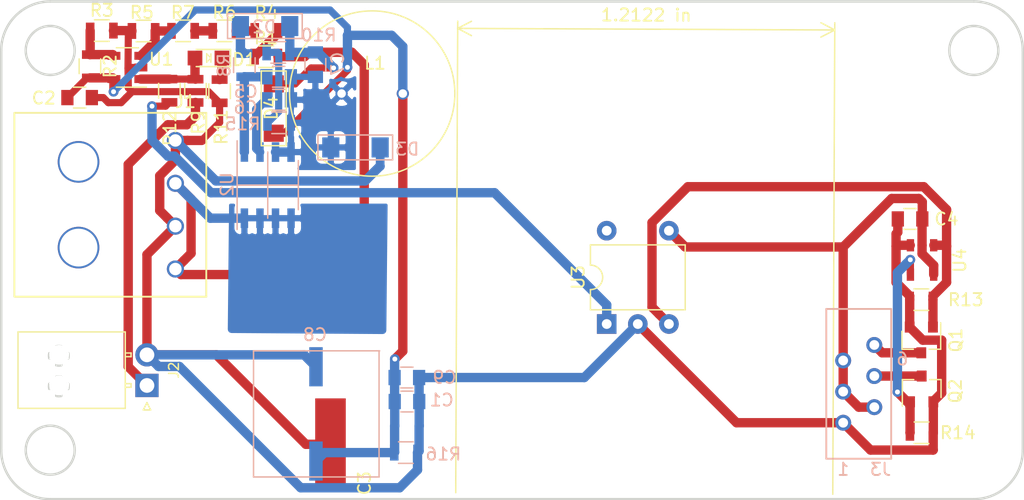
<source format=kicad_pcb>
(kicad_pcb (version 20171130) (host pcbnew 5.1.5-52549c5~84~ubuntu18.04.1)

  (general
    (thickness 1.6)
    (drawings 44)
    (tracks 224)
    (zones 0)
    (modules 39)
    (nets 24)
  )

  (page A4)
  (layers
    (0 F.Cu signal)
    (31 B.Cu signal)
    (32 B.Adhes user)
    (33 F.Adhes user)
    (34 B.Paste user)
    (35 F.Paste user)
    (36 B.SilkS user)
    (37 F.SilkS user)
    (38 B.Mask user)
    (39 F.Mask user)
    (40 Dwgs.User user)
    (41 Cmts.User user)
    (42 Eco1.User user)
    (43 Eco2.User user)
    (44 Edge.Cuts user)
    (45 Margin user)
    (46 B.CrtYd user)
    (47 F.CrtYd user)
    (48 B.Fab user)
    (49 F.Fab user)
  )

  (setup
    (last_trace_width 0.762)
    (user_trace_width 0.5842)
    (user_trace_width 0.7112)
    (user_trace_width 0.762)
    (trace_clearance 0.2)
    (zone_clearance 0.508)
    (zone_45_only yes)
    (trace_min 0.2)
    (via_size 0.8)
    (via_drill 0.4)
    (via_min_size 0.4)
    (via_min_drill 0.3)
    (uvia_size 0.3)
    (uvia_drill 0.1)
    (uvias_allowed no)
    (uvia_min_size 0.2)
    (uvia_min_drill 0.1)
    (edge_width 0.05)
    (segment_width 0.2)
    (pcb_text_width 0.3)
    (pcb_text_size 1.5 1.5)
    (mod_edge_width 0.12)
    (mod_text_size 1 1)
    (mod_text_width 0.15)
    (pad_size 0.6 1)
    (pad_drill 0)
    (pad_to_mask_clearance 0.051)
    (solder_mask_min_width 0.25)
    (aux_axis_origin 0 0)
    (visible_elements FFFFFF7F)
    (pcbplotparams
      (layerselection 0x010fc_ffffffff)
      (usegerberextensions false)
      (usegerberattributes false)
      (usegerberadvancedattributes false)
      (creategerberjobfile false)
      (excludeedgelayer true)
      (linewidth 0.100000)
      (plotframeref false)
      (viasonmask false)
      (mode 1)
      (useauxorigin false)
      (hpglpennumber 1)
      (hpglpenspeed 20)
      (hpglpendiameter 15.000000)
      (psnegative false)
      (psa4output false)
      (plotreference true)
      (plotvalue true)
      (plotinvisibletext false)
      (padsonsilk false)
      (subtractmaskfromsilk false)
      (outputformat 1)
      (mirror false)
      (drillshape 1)
      (scaleselection 1)
      (outputdirectory ""))
  )

  (net 0 "")
  (net 1 /AIL+)
  (net 2 GND)
  (net 3 /GLV+)
  (net 4 "Net-(D1-Pad2)")
  (net 5 "Net-(D1-Pad1)")
  (net 6 /TS+)
  (net 7 /TSAL_GREEN-)
  (net 8 /TSAL_RED-)
  (net 9 /TSAL_FLAG)
  (net 10 "Net-(R1-Pad1)")
  (net 11 "Net-(R2-Pad1)")
  (net 12 "Net-(R4-Pad1)")
  (net 13 "Net-(R5-Pad1)")
  (net 14 "Net-(R6-Pad1)")
  (net 15 "Net-(R12-Pad1)")
  (net 16 /NAND_Out)
  (net 17 /15V+)
  (net 18 /SW)
  (net 19 /VCC)
  (net 20 /FB)
  (net 21 "Net-(C7-Pad1)")
  (net 22 "Net-(D2-Pad2)")
  (net 23 "Net-(R10-Pad2)")

  (net_class Default "This is the default net class."
    (clearance 0.2)
    (trace_width 0.25)
    (via_dia 0.8)
    (via_drill 0.4)
    (uvia_dia 0.3)
    (uvia_drill 0.1)
    (add_net /15V+)
    (add_net /AIL+)
    (add_net /FB)
    (add_net /GLV+)
    (add_net /NAND_Out)
    (add_net /SW)
    (add_net /TS+)
    (add_net /TSAL_FLAG)
    (add_net /TSAL_GREEN-)
    (add_net /TSAL_RED-)
    (add_net /VCC)
    (add_net GND)
    (add_net "Net-(C7-Pad1)")
    (add_net "Net-(D1-Pad1)")
    (add_net "Net-(D1-Pad2)")
    (add_net "Net-(D2-Pad2)")
    (add_net "Net-(R1-Pad1)")
    (add_net "Net-(R10-Pad2)")
    (add_net "Net-(R12-Pad1)")
    (add_net "Net-(R2-Pad1)")
    (add_net "Net-(R4-Pad1)")
    (add_net "Net-(R5-Pad1)")
    (add_net "Net-(R6-Pad1)")
  )

  (module footprints:R_0805_OEM (layer F.Cu) (tedit 5C3D844D) (tstamp 5E570A24)
    (at 146.71 81.48 270)
    (descr "Resistor SMD 0805, reflow soldering, Vishay (see dcrcw.pdf)")
    (tags "resistor 0805")
    (path /5DD7931B)
    (attr smd)
    (fp_text reference R9 (at 2.59 -0.23 90) (layer F.SilkS)
      (effects (font (size 1 1) (thickness 0.15)))
    )
    (fp_text value R_1.43K (at 0 1.75 90) (layer F.Fab) hide
      (effects (font (size 1 1) (thickness 0.15)))
    )
    (fp_line (start 1.55 0.9) (end -1.55 0.9) (layer F.CrtYd) (width 0.05))
    (fp_line (start 1.55 0.9) (end 1.55 -0.9) (layer F.CrtYd) (width 0.05))
    (fp_line (start -1.55 -0.9) (end -1.55 0.9) (layer F.CrtYd) (width 0.05))
    (fp_line (start -1.55 -0.9) (end 1.55 -0.9) (layer F.CrtYd) (width 0.05))
    (fp_line (start -0.6 -0.88) (end 0.6 -0.88) (layer F.SilkS) (width 0.12))
    (fp_line (start 0.6 0.88) (end -0.6 0.88) (layer F.SilkS) (width 0.12))
    (fp_line (start -1 -0.62) (end 1 -0.62) (layer F.Fab) (width 0.1))
    (fp_line (start 1 -0.62) (end 1 0.62) (layer F.Fab) (width 0.1))
    (fp_line (start 1 0.62) (end -1 0.62) (layer F.Fab) (width 0.1))
    (fp_line (start -1 0.62) (end -1 -0.62) (layer F.Fab) (width 0.1))
    (pad 2 smd rect (at 0.95 0 270) (size 0.7 1.3) (layers F.Cu F.Paste F.Mask)
      (net 1 /AIL+))
    (pad 1 smd rect (at -0.95 0 270) (size 0.7 1.3) (layers F.Cu F.Paste F.Mask)
      (net 4 "Net-(D1-Pad2)"))
    (model ${LOCAL_DIR}/OEM_Preferred_Parts/3DModels/R_0805_OEM/res0805.step
      (at (xyz 0 0 0))
      (scale (xyz 1 1 1))
      (rotate (xyz 0 0 0))
    )
    (model ${LOCAL_DIR}/OEM_Preferred_Parts/3DModels/R_0805_OEM/res0805.step
      (at (xyz 0 0 0))
      (scale (xyz 1 1 1))
      (rotate (xyz 0 0 0))
    )
  )

  (module footprints:C_0805_OEM (layer F.Cu) (tedit 5C3D8347) (tstamp 5E61EBE6)
    (at 137.25 82.03 180)
    (descr "Capacitor SMD 0805, reflow soldering, AVX (see smccp.pdf)")
    (tags "capacitor 0805")
    (path /5DD74017)
    (attr smd)
    (fp_text reference C2 (at 2.93 -0.04) (layer F.SilkS)
      (effects (font (size 1 1) (thickness 0.15)))
    )
    (fp_text value C_0.1uF (at 0 1.75) (layer F.Fab) hide
      (effects (font (size 1 1) (thickness 0.15)))
    )
    (fp_line (start 1.75 0.87) (end -1.75 0.87) (layer F.CrtYd) (width 0.05))
    (fp_line (start 1.75 0.87) (end 1.75 -0.88) (layer F.CrtYd) (width 0.05))
    (fp_line (start -1.75 -0.88) (end -1.75 0.87) (layer F.CrtYd) (width 0.05))
    (fp_line (start -1.75 -0.88) (end 1.75 -0.88) (layer F.CrtYd) (width 0.05))
    (fp_line (start -0.5 0.85) (end 0.5 0.85) (layer F.SilkS) (width 0.12))
    (fp_line (start 0.5 -0.85) (end -0.5 -0.85) (layer F.SilkS) (width 0.12))
    (fp_line (start -1 -0.62) (end 1 -0.62) (layer F.Fab) (width 0.1))
    (fp_line (start 1 -0.62) (end 1 0.62) (layer F.Fab) (width 0.1))
    (fp_line (start 1 0.62) (end -1 0.62) (layer F.Fab) (width 0.1))
    (fp_line (start -1 0.62) (end -1 -0.62) (layer F.Fab) (width 0.1))
    (pad 2 smd rect (at 1 0 180) (size 1 1.25) (layers F.Cu F.Paste F.Mask)
      (net 17 /15V+))
    (pad 1 smd rect (at -1 0 180) (size 1 1.25) (layers F.Cu F.Paste F.Mask)
      (net 2 GND))
    (model ${LOCAL_DIR}/OEM_Preferred_Parts/3DModels/C_0805_OEM/C_0805.step
      (at (xyz 0 0 0))
      (scale (xyz 1 1 1))
      (rotate (xyz 0 0 0))
    )
    (model ${LOCAL_DIR}/OEM_Preferred_Parts/3DModels/C_0805_OEM/C_0805.step
      (at (xyz 0 0 0))
      (scale (xyz 1 1 1))
      (rotate (xyz 0 0 0))
    )
  )

  (module footprints:DIP-5-6_W7.62mm (layer F.Cu) (tedit 5A79FAF2) (tstamp 5E56E2AA)
    (at 180.29 100.52 90)
    (descr "5-lead though-hole mounted DIP package, row spacing 7.62 mm (300 mils)")
    (tags "THT DIP DIL PDIP 2.54mm 7.62mm 300mil")
    (path /5DD7BF74)
    (fp_text reference U3 (at 3.81 -2.33 90) (layer F.SilkS)
      (effects (font (size 1 1) (thickness 0.15)))
    )
    (fp_text value CPC1025NTR (at 3.81 7.41 90) (layer F.Fab)
      (effects (font (size 1 1) (thickness 0.15)))
    )
    (fp_text user %R (at 3.81 2.54 180) (layer F.Fab)
      (effects (font (size 1 1) (thickness 0.15)))
    )
    (fp_line (start 8.7 -1.55) (end -1.1 -1.55) (layer F.CrtYd) (width 0.05))
    (fp_line (start 8.7 6.6) (end 8.7 -1.55) (layer F.CrtYd) (width 0.05))
    (fp_line (start -1.1 6.6) (end 8.7 6.6) (layer F.CrtYd) (width 0.05))
    (fp_line (start -1.1 -1.55) (end -1.1 6.6) (layer F.CrtYd) (width 0.05))
    (fp_line (start 6.46 -1.33) (end 4.81 -1.33) (layer F.SilkS) (width 0.12))
    (fp_line (start 6.46 6.41) (end 6.46 -1.33) (layer F.SilkS) (width 0.12))
    (fp_line (start 1.16 6.41) (end 6.46 6.41) (layer F.SilkS) (width 0.12))
    (fp_line (start 1.16 -1.33) (end 1.16 6.41) (layer F.SilkS) (width 0.12))
    (fp_line (start 2.81 -1.33) (end 1.16 -1.33) (layer F.SilkS) (width 0.12))
    (fp_line (start 0.635 -0.27) (end 1.635 -1.27) (layer F.Fab) (width 0.1))
    (fp_line (start 0.635 6.35) (end 0.635 -0.27) (layer F.Fab) (width 0.1))
    (fp_line (start 6.985 6.35) (end 0.635 6.35) (layer F.Fab) (width 0.1))
    (fp_line (start 6.985 -1.27) (end 6.985 6.35) (layer F.Fab) (width 0.1))
    (fp_line (start 1.635 -1.27) (end 6.985 -1.27) (layer F.Fab) (width 0.1))
    (fp_arc (start 3.81 -1.33) (end 2.81 -1.33) (angle -180) (layer F.SilkS) (width 0.12))
    (pad 6 thru_hole oval (at 7.62 0 90) (size 1.6 1.6) (drill 0.8) (layers *.Cu *.Mask))
    (pad 3 thru_hole oval (at 0 5.08 90) (size 1.6 1.6) (drill 0.8) (layers *.Cu *.Mask)
      (net 9 /TSAL_FLAG))
    (pad 2 thru_hole oval (at 0 2.54 90) (size 1.6 1.6) (drill 0.8) (layers *.Cu *.Mask)
      (net 2 GND))
    (pad 4 thru_hole oval (at 7.62 5.08 90) (size 1.6 1.6) (drill 0.8) (layers *.Cu *.Mask)
      (net 3 /GLV+))
    (pad 1 thru_hole rect (at 0 0 90) (size 1.6 1.6) (drill 0.8) (layers *.Cu *.Mask)
      (net 15 "Net-(R12-Pad1)"))
    (model ${KISYS3DMOD}/Package_DIP.3dshapes/DIP-5-6_W7.62mm.wrl
      (at (xyz 0 0 0))
      (scale (xyz 1 1 1))
      (rotate (xyz 0 0 0))
    )
  )

  (module footprints:R_0805_OEM (layer F.Cu) (tedit 5C3D844D) (tstamp 5E61AE7D)
    (at 139.06 76.56)
    (descr "Resistor SMD 0805, reflow soldering, Vishay (see dcrcw.pdf)")
    (tags "resistor 0805")
    (path /5E60D67C)
    (attr smd)
    (fp_text reference R3 (at 0 -1.65) (layer F.SilkS)
      (effects (font (size 1 1) (thickness 0.15)))
    )
    (fp_text value R_51.1K (at 0 1.75) (layer F.Fab) hide
      (effects (font (size 1 1) (thickness 0.15)))
    )
    (fp_line (start 1.55 0.9) (end -1.55 0.9) (layer F.CrtYd) (width 0.05))
    (fp_line (start 1.55 0.9) (end 1.55 -0.9) (layer F.CrtYd) (width 0.05))
    (fp_line (start -1.55 -0.9) (end -1.55 0.9) (layer F.CrtYd) (width 0.05))
    (fp_line (start -1.55 -0.9) (end 1.55 -0.9) (layer F.CrtYd) (width 0.05))
    (fp_line (start -0.6 -0.88) (end 0.6 -0.88) (layer F.SilkS) (width 0.12))
    (fp_line (start 0.6 0.88) (end -0.6 0.88) (layer F.SilkS) (width 0.12))
    (fp_line (start -1 -0.62) (end 1 -0.62) (layer F.Fab) (width 0.1))
    (fp_line (start 1 -0.62) (end 1 0.62) (layer F.Fab) (width 0.1))
    (fp_line (start 1 0.62) (end -1 0.62) (layer F.Fab) (width 0.1))
    (fp_line (start -1 0.62) (end -1 -0.62) (layer F.Fab) (width 0.1))
    (pad 2 smd rect (at 0.95 0) (size 0.7 1.3) (layers F.Cu F.Paste F.Mask)
      (net 2 GND))
    (pad 1 smd rect (at -0.95 0) (size 0.7 1.3) (layers F.Cu F.Paste F.Mask)
      (net 11 "Net-(R2-Pad1)"))
    (model ${LOCAL_DIR}/OEM_Preferred_Parts/3DModels/R_0805_OEM/res0805.step
      (at (xyz 0 0 0))
      (scale (xyz 1 1 1))
      (rotate (xyz 0 0 0))
    )
    (model ${LOCAL_DIR}/OEM_Preferred_Parts/3DModels/R_0805_OEM/res0805.step
      (at (xyz 0 0 0))
      (scale (xyz 1 1 1))
      (rotate (xyz 0 0 0))
    )
  )

  (module footprints:R_0805_OEM (layer F.Cu) (tedit 5C3D844D) (tstamp 5E61AE6D)
    (at 138.09 79.47 270)
    (descr "Resistor SMD 0805, reflow soldering, Vishay (see dcrcw.pdf)")
    (tags "resistor 0805")
    (path /5E627B1F)
    (attr smd)
    (fp_text reference R2 (at 0 -1.65 90) (layer F.SilkS)
      (effects (font (size 1 1) (thickness 0.15)))
    )
    (fp_text value R_1.91K (at 0 1.75 90) (layer F.Fab) hide
      (effects (font (size 1 1) (thickness 0.15)))
    )
    (fp_line (start 1.55 0.9) (end -1.55 0.9) (layer F.CrtYd) (width 0.05))
    (fp_line (start 1.55 0.9) (end 1.55 -0.9) (layer F.CrtYd) (width 0.05))
    (fp_line (start -1.55 -0.9) (end -1.55 0.9) (layer F.CrtYd) (width 0.05))
    (fp_line (start -1.55 -0.9) (end 1.55 -0.9) (layer F.CrtYd) (width 0.05))
    (fp_line (start -0.6 -0.88) (end 0.6 -0.88) (layer F.SilkS) (width 0.12))
    (fp_line (start 0.6 0.88) (end -0.6 0.88) (layer F.SilkS) (width 0.12))
    (fp_line (start -1 -0.62) (end 1 -0.62) (layer F.Fab) (width 0.1))
    (fp_line (start 1 -0.62) (end 1 0.62) (layer F.Fab) (width 0.1))
    (fp_line (start 1 0.62) (end -1 0.62) (layer F.Fab) (width 0.1))
    (fp_line (start -1 0.62) (end -1 -0.62) (layer F.Fab) (width 0.1))
    (pad 2 smd rect (at 0.95 0 270) (size 0.7 1.3) (layers F.Cu F.Paste F.Mask)
      (net 17 /15V+))
    (pad 1 smd rect (at -0.95 0 270) (size 0.7 1.3) (layers F.Cu F.Paste F.Mask)
      (net 11 "Net-(R2-Pad1)"))
    (model ${LOCAL_DIR}/OEM_Preferred_Parts/3DModels/R_0805_OEM/res0805.step
      (at (xyz 0 0 0))
      (scale (xyz 1 1 1))
      (rotate (xyz 0 0 0))
    )
    (model ${LOCAL_DIR}/OEM_Preferred_Parts/3DModels/R_0805_OEM/res0805.step
      (at (xyz 0 0 0))
      (scale (xyz 1 1 1))
      (rotate (xyz 0 0 0))
    )
  )

  (module footprints:R_0805_OEM (layer F.Cu) (tedit 5C3D844D) (tstamp 5E5729D9)
    (at 144.58 81.47 90)
    (descr "Resistor SMD 0805, reflow soldering, Vishay (see dcrcw.pdf)")
    (tags "resistor 0805")
    (path /5DD7ACA1)
    (attr smd)
    (fp_text reference R12 (at -3.07 0.04 90) (layer F.SilkS)
      (effects (font (size 1 1) (thickness 0.15)))
    )
    (fp_text value R_499 (at 0 1.75 90) (layer F.Fab) hide
      (effects (font (size 1 1) (thickness 0.15)))
    )
    (fp_line (start 1.55 0.9) (end -1.55 0.9) (layer F.CrtYd) (width 0.05))
    (fp_line (start 1.55 0.9) (end 1.55 -0.9) (layer F.CrtYd) (width 0.05))
    (fp_line (start -1.55 -0.9) (end -1.55 0.9) (layer F.CrtYd) (width 0.05))
    (fp_line (start -1.55 -0.9) (end 1.55 -0.9) (layer F.CrtYd) (width 0.05))
    (fp_line (start -0.6 -0.88) (end 0.6 -0.88) (layer F.SilkS) (width 0.12))
    (fp_line (start 0.6 0.88) (end -0.6 0.88) (layer F.SilkS) (width 0.12))
    (fp_line (start -1 -0.62) (end 1 -0.62) (layer F.Fab) (width 0.1))
    (fp_line (start 1 -0.62) (end 1 0.62) (layer F.Fab) (width 0.1))
    (fp_line (start 1 0.62) (end -1 0.62) (layer F.Fab) (width 0.1))
    (fp_line (start -1 0.62) (end -1 -0.62) (layer F.Fab) (width 0.1))
    (pad 2 smd rect (at 0.95 0 90) (size 0.7 1.3) (layers F.Cu F.Paste F.Mask)
      (net 4 "Net-(D1-Pad2)"))
    (pad 1 smd rect (at -0.95 0 90) (size 0.7 1.3) (layers F.Cu F.Paste F.Mask)
      (net 15 "Net-(R12-Pad1)"))
    (model ${LOCAL_DIR}/OEM_Preferred_Parts/3DModels/R_0805_OEM/res0805.step
      (at (xyz 0 0 0))
      (scale (xyz 1 1 1))
      (rotate (xyz 0 0 0))
    )
    (model ${LOCAL_DIR}/OEM_Preferred_Parts/3DModels/R_0805_OEM/res0805.step
      (at (xyz 0 0 0))
      (scale (xyz 1 1 1))
      (rotate (xyz 0 0 0))
    )
  )

  (module footprints:LED_0805_OEM (layer F.Cu) (tedit 5C3D84D8) (tstamp 5E5727A3)
    (at 147.77 78.8 180)
    (descr "LED 0805 smd package")
    (tags "LED led 0805 SMD smd SMT smt smdled SMDLED smtled SMTLED")
    (path /5DD79ABB)
    (attr smd)
    (fp_text reference D1 (at -2.93 -0.13) (layer F.SilkS)
      (effects (font (size 1 1) (thickness 0.15)))
    )
    (fp_text value LED_0805 (at 0.508 2.032) (layer F.Fab) hide
      (effects (font (size 1 1) (thickness 0.15)))
    )
    (fp_line (start -1.95 -0.85) (end 1.95 -0.85) (layer F.CrtYd) (width 0.05))
    (fp_line (start -1.95 0.85) (end -1.95 -0.85) (layer F.CrtYd) (width 0.05))
    (fp_line (start 1.95 0.85) (end -1.95 0.85) (layer F.CrtYd) (width 0.05))
    (fp_line (start 1.95 -0.85) (end 1.95 0.85) (layer F.CrtYd) (width 0.05))
    (fp_line (start -1.8 -0.7) (end 1 -0.7) (layer F.SilkS) (width 0.12))
    (fp_line (start -1.8 0.7) (end 1 0.7) (layer F.SilkS) (width 0.12))
    (fp_line (start -1 0.6) (end -1 -0.6) (layer F.Fab) (width 0.1))
    (fp_line (start -1 -0.6) (end 1 -0.6) (layer F.Fab) (width 0.1))
    (fp_line (start 1 -0.6) (end 1 0.6) (layer F.Fab) (width 0.1))
    (fp_line (start 1 0.6) (end -1 0.6) (layer F.Fab) (width 0.1))
    (fp_line (start -1.8 -0.7) (end -1.8 0.7) (layer F.SilkS) (width 0.12))
    (fp_line (start -0.2 0) (end 0.1 -0.3) (layer F.SilkS) (width 0.1))
    (fp_line (start 0.1 -0.3) (end 0.15 -0.35) (layer F.SilkS) (width 0.1))
    (fp_line (start 0.15 -0.35) (end 0.15 0.3) (layer F.SilkS) (width 0.1))
    (fp_line (start 0.15 0.35) (end 0.15 0.3) (layer F.SilkS) (width 0.1))
    (fp_line (start 0.15 0.3) (end 0.15 0.35) (layer F.SilkS) (width 0.1))
    (fp_line (start 0.15 0.35) (end -0.2 0) (layer F.SilkS) (width 0.1))
    (fp_line (start -0.2 0) (end -0.2 -0.35) (layer F.SilkS) (width 0.1))
    (fp_line (start -0.2 0.35) (end -0.2 0) (layer F.SilkS) (width 0.1))
    (pad 1 smd rect (at -1.1 0) (size 1.2 1.2) (layers F.Cu F.Paste F.Mask)
      (net 5 "Net-(D1-Pad1)"))
    (pad 2 smd rect (at 1.1 0) (size 1.2 1.2) (layers F.Cu F.Paste F.Mask)
      (net 4 "Net-(D1-Pad2)"))
    (model "${LOCAL_DIR}/OEM_Preferred_Parts/3DModels/LED_0805/LED 0805 Base GREEN001_sp.wrl"
      (at (xyz 0 0 0))
      (scale (xyz 1 1 1))
      (rotate (xyz 0 0 180))
    )
    (model "${LOCAL_DIR}/OEM_Preferred_Parts/3DModels/LED_0805/LED 0805 Base GREEN001_sp.step"
      (at (xyz 0 0 0))
      (scale (xyz 1 1 1))
      (rotate (xyz 0 0 0))
    )
  )

  (module footprints:C_0805_OEM (layer B.Cu) (tedit 5C3D8347) (tstamp 5E5726C0)
    (at 163.98 106.85 180)
    (descr "Capacitor SMD 0805, reflow soldering, AVX (see smccp.pdf)")
    (tags "capacitor 0805")
    (path /5DD733EA)
    (attr smd)
    (fp_text reference C1 (at -2.84 0.12) (layer B.SilkS)
      (effects (font (size 1 1) (thickness 0.15)) (justify mirror))
    )
    (fp_text value C_10uF (at 0 -1.75) (layer B.Fab) hide
      (effects (font (size 1 1) (thickness 0.15)) (justify mirror))
    )
    (fp_line (start 1.75 -0.87) (end -1.75 -0.87) (layer B.CrtYd) (width 0.05))
    (fp_line (start 1.75 -0.87) (end 1.75 0.88) (layer B.CrtYd) (width 0.05))
    (fp_line (start -1.75 0.88) (end -1.75 -0.87) (layer B.CrtYd) (width 0.05))
    (fp_line (start -1.75 0.88) (end 1.75 0.88) (layer B.CrtYd) (width 0.05))
    (fp_line (start -0.5 -0.85) (end 0.5 -0.85) (layer B.SilkS) (width 0.12))
    (fp_line (start 0.5 0.85) (end -0.5 0.85) (layer B.SilkS) (width 0.12))
    (fp_line (start -1 0.62) (end 1 0.62) (layer B.Fab) (width 0.1))
    (fp_line (start 1 0.62) (end 1 -0.62) (layer B.Fab) (width 0.1))
    (fp_line (start 1 -0.62) (end -1 -0.62) (layer B.Fab) (width 0.1))
    (fp_line (start -1 -0.62) (end -1 0.62) (layer B.Fab) (width 0.1))
    (pad 2 smd rect (at 1 0 180) (size 1 1.25) (layers B.Cu B.Paste B.Mask)
      (net 17 /15V+))
    (pad 1 smd rect (at -1 0 180) (size 1 1.25) (layers B.Cu B.Paste B.Mask)
      (net 2 GND))
    (model ${LOCAL_DIR}/OEM_Preferred_Parts/3DModels/C_0805_OEM/C_0805.step
      (at (xyz 0 0 0))
      (scale (xyz 1 1 1))
      (rotate (xyz 0 0 0))
    )
    (model ${LOCAL_DIR}/OEM_Preferred_Parts/3DModels/C_0805_OEM/C_0805.step
      (at (xyz 0 0 0))
      (scale (xyz 1 1 1))
      (rotate (xyz 0 0 0))
    )
  )

  (module footprints:R_0805_OEM (layer F.Cu) (tedit 5C3D844D) (tstamp 5E5717E3)
    (at 145.7 76.58)
    (descr "Resistor SMD 0805, reflow soldering, Vishay (see dcrcw.pdf)")
    (tags "resistor 0805")
    (path /5DD6AF6A)
    (attr smd)
    (fp_text reference R7 (at -0.02 -1.5) (layer F.SilkS)
      (effects (font (size 1 1) (thickness 0.15)))
    )
    (fp_text value R_270K (at 0 1.75) (layer F.Fab) hide
      (effects (font (size 1 1) (thickness 0.15)))
    )
    (fp_line (start 1.55 0.9) (end -1.55 0.9) (layer F.CrtYd) (width 0.05))
    (fp_line (start 1.55 0.9) (end 1.55 -0.9) (layer F.CrtYd) (width 0.05))
    (fp_line (start -1.55 -0.9) (end -1.55 0.9) (layer F.CrtYd) (width 0.05))
    (fp_line (start -1.55 -0.9) (end 1.55 -0.9) (layer F.CrtYd) (width 0.05))
    (fp_line (start -0.6 -0.88) (end 0.6 -0.88) (layer F.SilkS) (width 0.12))
    (fp_line (start 0.6 0.88) (end -0.6 0.88) (layer F.SilkS) (width 0.12))
    (fp_line (start -1 -0.62) (end 1 -0.62) (layer F.Fab) (width 0.1))
    (fp_line (start 1 -0.62) (end 1 0.62) (layer F.Fab) (width 0.1))
    (fp_line (start 1 0.62) (end -1 0.62) (layer F.Fab) (width 0.1))
    (fp_line (start -1 0.62) (end -1 -0.62) (layer F.Fab) (width 0.1))
    (pad 2 smd rect (at 0.95 0) (size 0.7 1.3) (layers F.Cu F.Paste F.Mask)
      (net 14 "Net-(R6-Pad1)"))
    (pad 1 smd rect (at -0.95 0) (size 0.7 1.3) (layers F.Cu F.Paste F.Mask)
      (net 13 "Net-(R5-Pad1)"))
    (model ${LOCAL_DIR}/OEM_Preferred_Parts/3DModels/R_0805_OEM/res0805.step
      (at (xyz 0 0 0))
      (scale (xyz 1 1 1))
      (rotate (xyz 0 0 0))
    )
    (model ${LOCAL_DIR}/OEM_Preferred_Parts/3DModels/R_0805_OEM/res0805.step
      (at (xyz 0 0 0))
      (scale (xyz 1 1 1))
      (rotate (xyz 0 0 0))
    )
  )

  (module footprints:R_0805_OEM (layer F.Cu) (tedit 5C3D844D) (tstamp 5E5717D3)
    (at 149.07 76.58)
    (descr "Resistor SMD 0805, reflow soldering, Vishay (see dcrcw.pdf)")
    (tags "resistor 0805")
    (path /5DD6AA77)
    (attr smd)
    (fp_text reference R6 (at 0 -1.52) (layer F.SilkS)
      (effects (font (size 1 1) (thickness 0.15)))
    )
    (fp_text value R_270K (at 0 1.75) (layer F.Fab) hide
      (effects (font (size 1 1) (thickness 0.15)))
    )
    (fp_line (start 1.55 0.9) (end -1.55 0.9) (layer F.CrtYd) (width 0.05))
    (fp_line (start 1.55 0.9) (end 1.55 -0.9) (layer F.CrtYd) (width 0.05))
    (fp_line (start -1.55 -0.9) (end -1.55 0.9) (layer F.CrtYd) (width 0.05))
    (fp_line (start -1.55 -0.9) (end 1.55 -0.9) (layer F.CrtYd) (width 0.05))
    (fp_line (start -0.6 -0.88) (end 0.6 -0.88) (layer F.SilkS) (width 0.12))
    (fp_line (start 0.6 0.88) (end -0.6 0.88) (layer F.SilkS) (width 0.12))
    (fp_line (start -1 -0.62) (end 1 -0.62) (layer F.Fab) (width 0.1))
    (fp_line (start 1 -0.62) (end 1 0.62) (layer F.Fab) (width 0.1))
    (fp_line (start 1 0.62) (end -1 0.62) (layer F.Fab) (width 0.1))
    (fp_line (start -1 0.62) (end -1 -0.62) (layer F.Fab) (width 0.1))
    (pad 2 smd rect (at 0.95 0) (size 0.7 1.3) (layers F.Cu F.Paste F.Mask)
      (net 12 "Net-(R4-Pad1)"))
    (pad 1 smd rect (at -0.95 0) (size 0.7 1.3) (layers F.Cu F.Paste F.Mask)
      (net 14 "Net-(R6-Pad1)"))
    (model ${LOCAL_DIR}/OEM_Preferred_Parts/3DModels/R_0805_OEM/res0805.step
      (at (xyz 0 0 0))
      (scale (xyz 1 1 1))
      (rotate (xyz 0 0 0))
    )
    (model ${LOCAL_DIR}/OEM_Preferred_Parts/3DModels/R_0805_OEM/res0805.step
      (at (xyz 0 0 0))
      (scale (xyz 1 1 1))
      (rotate (xyz 0 0 0))
    )
  )

  (module footprints:R_0805_OEM (layer F.Cu) (tedit 5C3D844D) (tstamp 5E5717C3)
    (at 142.47 76.59 180)
    (descr "Resistor SMD 0805, reflow soldering, Vishay (see dcrcw.pdf)")
    (tags "resistor 0805")
    (path /5DD6D6E7)
    (attr smd)
    (fp_text reference R5 (at 0.14 1.51) (layer F.SilkS)
      (effects (font (size 1 1) (thickness 0.15)))
    )
    (fp_text value R_10K (at 0 1.75) (layer F.Fab) hide
      (effects (font (size 1 1) (thickness 0.15)))
    )
    (fp_line (start 1.55 0.9) (end -1.55 0.9) (layer F.CrtYd) (width 0.05))
    (fp_line (start 1.55 0.9) (end 1.55 -0.9) (layer F.CrtYd) (width 0.05))
    (fp_line (start -1.55 -0.9) (end -1.55 0.9) (layer F.CrtYd) (width 0.05))
    (fp_line (start -1.55 -0.9) (end 1.55 -0.9) (layer F.CrtYd) (width 0.05))
    (fp_line (start -0.6 -0.88) (end 0.6 -0.88) (layer F.SilkS) (width 0.12))
    (fp_line (start 0.6 0.88) (end -0.6 0.88) (layer F.SilkS) (width 0.12))
    (fp_line (start -1 -0.62) (end 1 -0.62) (layer F.Fab) (width 0.1))
    (fp_line (start 1 -0.62) (end 1 0.62) (layer F.Fab) (width 0.1))
    (fp_line (start 1 0.62) (end -1 0.62) (layer F.Fab) (width 0.1))
    (fp_line (start -1 0.62) (end -1 -0.62) (layer F.Fab) (width 0.1))
    (pad 2 smd rect (at 0.95 0 180) (size 0.7 1.3) (layers F.Cu F.Paste F.Mask)
      (net 2 GND))
    (pad 1 smd rect (at -0.95 0 180) (size 0.7 1.3) (layers F.Cu F.Paste F.Mask)
      (net 13 "Net-(R5-Pad1)"))
    (model ${LOCAL_DIR}/OEM_Preferred_Parts/3DModels/R_0805_OEM/res0805.step
      (at (xyz 0 0 0))
      (scale (xyz 1 1 1))
      (rotate (xyz 0 0 0))
    )
    (model ${LOCAL_DIR}/OEM_Preferred_Parts/3DModels/R_0805_OEM/res0805.step
      (at (xyz 0 0 0))
      (scale (xyz 1 1 1))
      (rotate (xyz 0 0 0))
    )
  )

  (module footprints:R_0805_OEM (layer F.Cu) (tedit 5C3D844D) (tstamp 5E5717B3)
    (at 152.5 76.59)
    (descr "Resistor SMD 0805, reflow soldering, Vishay (see dcrcw.pdf)")
    (tags "resistor 0805")
    (path /5DD6A6B0)
    (attr smd)
    (fp_text reference R4 (at 0 -1.51) (layer F.SilkS)
      (effects (font (size 1 1) (thickness 0.15)))
    )
    (fp_text value R_270K (at 0 1.75) (layer F.Fab) hide
      (effects (font (size 1 1) (thickness 0.15)))
    )
    (fp_line (start 1.55 0.9) (end -1.55 0.9) (layer F.CrtYd) (width 0.05))
    (fp_line (start 1.55 0.9) (end 1.55 -0.9) (layer F.CrtYd) (width 0.05))
    (fp_line (start -1.55 -0.9) (end -1.55 0.9) (layer F.CrtYd) (width 0.05))
    (fp_line (start -1.55 -0.9) (end 1.55 -0.9) (layer F.CrtYd) (width 0.05))
    (fp_line (start -0.6 -0.88) (end 0.6 -0.88) (layer F.SilkS) (width 0.12))
    (fp_line (start 0.6 0.88) (end -0.6 0.88) (layer F.SilkS) (width 0.12))
    (fp_line (start -1 -0.62) (end 1 -0.62) (layer F.Fab) (width 0.1))
    (fp_line (start 1 -0.62) (end 1 0.62) (layer F.Fab) (width 0.1))
    (fp_line (start 1 0.62) (end -1 0.62) (layer F.Fab) (width 0.1))
    (fp_line (start -1 0.62) (end -1 -0.62) (layer F.Fab) (width 0.1))
    (pad 2 smd rect (at 0.95 0) (size 0.7 1.3) (layers F.Cu F.Paste F.Mask)
      (net 10 "Net-(R1-Pad1)"))
    (pad 1 smd rect (at -0.95 0) (size 0.7 1.3) (layers F.Cu F.Paste F.Mask)
      (net 12 "Net-(R4-Pad1)"))
    (model ${LOCAL_DIR}/OEM_Preferred_Parts/3DModels/R_0805_OEM/res0805.step
      (at (xyz 0 0 0))
      (scale (xyz 1 1 1))
      (rotate (xyz 0 0 0))
    )
    (model ${LOCAL_DIR}/OEM_Preferred_Parts/3DModels/R_0805_OEM/res0805.step
      (at (xyz 0 0 0))
      (scale (xyz 1 1 1))
      (rotate (xyz 0 0 0))
    )
  )

  (module footprints:R_0805_OEM (layer F.Cu) (tedit 5C3D844D) (tstamp 5E571783)
    (at 152.49 78.69)
    (descr "Resistor SMD 0805, reflow soldering, Vishay (see dcrcw.pdf)")
    (tags "resistor 0805")
    (path /5DD69639)
    (attr smd)
    (fp_text reference R1 (at -0.02 -1.53) (layer F.SilkS)
      (effects (font (size 1 1) (thickness 0.15)))
    )
    (fp_text value R_270K (at 0 1.75) (layer F.Fab) hide
      (effects (font (size 1 1) (thickness 0.15)))
    )
    (fp_line (start 1.55 0.9) (end -1.55 0.9) (layer F.CrtYd) (width 0.05))
    (fp_line (start 1.55 0.9) (end 1.55 -0.9) (layer F.CrtYd) (width 0.05))
    (fp_line (start -1.55 -0.9) (end -1.55 0.9) (layer F.CrtYd) (width 0.05))
    (fp_line (start -1.55 -0.9) (end 1.55 -0.9) (layer F.CrtYd) (width 0.05))
    (fp_line (start -0.6 -0.88) (end 0.6 -0.88) (layer F.SilkS) (width 0.12))
    (fp_line (start 0.6 0.88) (end -0.6 0.88) (layer F.SilkS) (width 0.12))
    (fp_line (start -1 -0.62) (end 1 -0.62) (layer F.Fab) (width 0.1))
    (fp_line (start 1 -0.62) (end 1 0.62) (layer F.Fab) (width 0.1))
    (fp_line (start 1 0.62) (end -1 0.62) (layer F.Fab) (width 0.1))
    (fp_line (start -1 0.62) (end -1 -0.62) (layer F.Fab) (width 0.1))
    (pad 2 smd rect (at 0.95 0) (size 0.7 1.3) (layers F.Cu F.Paste F.Mask)
      (net 6 /TS+))
    (pad 1 smd rect (at -0.95 0) (size 0.7 1.3) (layers F.Cu F.Paste F.Mask)
      (net 10 "Net-(R1-Pad1)"))
    (model ${LOCAL_DIR}/OEM_Preferred_Parts/3DModels/R_0805_OEM/res0805.step
      (at (xyz 0 0 0))
      (scale (xyz 1 1 1))
      (rotate (xyz 0 0 0))
    )
    (model ${LOCAL_DIR}/OEM_Preferred_Parts/3DModels/R_0805_OEM/res0805.step
      (at (xyz 0 0 0))
      (scale (xyz 1 1 1))
      (rotate (xyz 0 0 0))
    )
  )

  (module footprints:R_0805_OEM (layer F.Cu) (tedit 5C3D844D) (tstamp 5E570A52)
    (at 148.68 81.51 270)
    (descr "Resistor SMD 0805, reflow soldering, Vishay (see dcrcw.pdf)")
    (tags "resistor 0805")
    (path /5DD7A570)
    (attr smd)
    (fp_text reference R11 (at 2.93 -0.13 90) (layer F.SilkS)
      (effects (font (size 1 1) (thickness 0.15)))
    )
    (fp_text value R_1K (at 0 1.75 90) (layer F.Fab) hide
      (effects (font (size 1 1) (thickness 0.15)))
    )
    (fp_line (start 1.55 0.9) (end -1.55 0.9) (layer F.CrtYd) (width 0.05))
    (fp_line (start 1.55 0.9) (end 1.55 -0.9) (layer F.CrtYd) (width 0.05))
    (fp_line (start -1.55 -0.9) (end -1.55 0.9) (layer F.CrtYd) (width 0.05))
    (fp_line (start -1.55 -0.9) (end 1.55 -0.9) (layer F.CrtYd) (width 0.05))
    (fp_line (start -0.6 -0.88) (end 0.6 -0.88) (layer F.SilkS) (width 0.12))
    (fp_line (start 0.6 0.88) (end -0.6 0.88) (layer F.SilkS) (width 0.12))
    (fp_line (start -1 -0.62) (end 1 -0.62) (layer F.Fab) (width 0.1))
    (fp_line (start 1 -0.62) (end 1 0.62) (layer F.Fab) (width 0.1))
    (fp_line (start 1 0.62) (end -1 0.62) (layer F.Fab) (width 0.1))
    (fp_line (start -1 0.62) (end -1 -0.62) (layer F.Fab) (width 0.1))
    (pad 2 smd rect (at 0.95 0 270) (size 0.7 1.3) (layers F.Cu F.Paste F.Mask)
      (net 2 GND))
    (pad 1 smd rect (at -0.95 0 270) (size 0.7 1.3) (layers F.Cu F.Paste F.Mask)
      (net 5 "Net-(D1-Pad1)"))
    (model ${LOCAL_DIR}/OEM_Preferred_Parts/3DModels/R_0805_OEM/res0805.step
      (at (xyz 0 0 0))
      (scale (xyz 1 1 1))
      (rotate (xyz 0 0 0))
    )
    (model ${LOCAL_DIR}/OEM_Preferred_Parts/3DModels/R_0805_OEM/res0805.step
      (at (xyz 0 0 0))
      (scale (xyz 1 1 1))
      (rotate (xyz 0 0 0))
    )
  )

  (module footprints:Diode_600V_1A_SM (layer F.Cu) (tedit 5E42075F) (tstamp 5E56C7C3)
    (at 153.1 84.94 90)
    (descr SMA)
    (path /5E55D1FE)
    (fp_text reference D4 (at 2.05 -0.2 90) (layer F.SilkS)
      (effects (font (size 1 1) (thickness 0.15)))
    )
    (fp_text value Diode_600V_1A_SM (at 0 -2.54 90) (layer Dwgs.User) hide
      (effects (font (size 1 1) (thickness 0.15)))
    )
    (fp_line (start -1.016 1.016) (end -1.016 -1.016) (layer F.SilkS) (width 0.12))
    (fp_line (start 5.08 1.016) (end -1.016 1.016) (layer F.SilkS) (width 0.12))
    (fp_line (start 5.08 -1.016) (end 5.08 1.016) (layer F.SilkS) (width 0.12))
    (fp_line (start -1.016 -1.016) (end 5.08 -1.016) (layer F.SilkS) (width 0.12))
    (pad 2 smd rect (at 4.03 0 90) (size 1.4 1.64) (layers F.Cu F.Paste F.Mask)
      (net 21 "Net-(C7-Pad1)"))
    (pad 1 smd rect (at 0 0 90) (size 1.4 1.64) (layers F.Cu F.Paste F.Mask)
      (net 17 /15V+))
  )

  (module footprints:Diode_600V_1A_SM (layer B.Cu) (tedit 5E42075F) (tstamp 5E56C7B9)
    (at 161.79 86.1 180)
    (descr SMA)
    (path /5E541DF0)
    (fp_text reference D3 (at -2.21 -0.14 180) (layer B.SilkS)
      (effects (font (size 1 1) (thickness 0.15)) (justify mirror))
    )
    (fp_text value Diode_600V_1A_SM (at 0 2.54 180) (layer B.Fab) hide
      (effects (font (size 1 1) (thickness 0.15)) (justify mirror))
    )
    (fp_line (start -1.016 -1.016) (end -1.016 1.016) (layer B.SilkS) (width 0.12))
    (fp_line (start 5.08 -1.016) (end -1.016 -1.016) (layer B.SilkS) (width 0.12))
    (fp_line (start 5.08 1.016) (end 5.08 -1.016) (layer B.SilkS) (width 0.12))
    (fp_line (start -1.016 1.016) (end 5.08 1.016) (layer B.SilkS) (width 0.12))
    (pad 2 smd rect (at 4.03 0 180) (size 1.4 1.64) (layers B.Cu B.Paste B.Mask)
      (net 18 /SW))
    (pad 1 smd rect (at 0 0 180) (size 1.4 1.64) (layers B.Cu B.Paste B.Mask)
      (net 2 GND))
  )

  (module footprints:Diode_600V_1A_SM (layer B.Cu) (tedit 5E42075F) (tstamp 5E56C7AF)
    (at 154.41 76.19 180)
    (descr SMA)
    (path /5E52D559)
    (fp_text reference D2 (at 2.09 -0.07) (layer B.SilkS)
      (effects (font (size 1 1) (thickness 0.15)) (justify mirror))
    )
    (fp_text value Diode_600V_1A_SM (at 0 2.54) (layer Dwgs.User) hide
      (effects (font (size 1 1) (thickness 0.15)))
    )
    (fp_line (start -1.016 -1.016) (end -1.016 1.016) (layer B.SilkS) (width 0.12))
    (fp_line (start 5.08 -1.016) (end -1.016 -1.016) (layer B.SilkS) (width 0.12))
    (fp_line (start 5.08 1.016) (end 5.08 -1.016) (layer B.SilkS) (width 0.12))
    (fp_line (start -1.016 1.016) (end 5.08 1.016) (layer B.SilkS) (width 0.12))
    (pad 2 smd rect (at 4.03 0 180) (size 1.4 1.64) (layers B.Cu B.Paste B.Mask)
      (net 22 "Net-(D2-Pad2)"))
    (pad 1 smd rect (at 0 0 180) (size 1.4 1.64) (layers B.Cu B.Paste B.Mask)
      (net 21 "Net-(C7-Pad1)"))
  )

  (module footprints:Converter_DCDC_MPS_MP9488 (layer B.Cu) (tedit 5E3CD11D) (tstamp 5E56C75B)
    (at 152.61 89.18 270)
    (path /5E4498F3)
    (fp_text reference U2 (at -0.06 3.32 270) (layer B.SilkS)
      (effects (font (size 1 1) (thickness 0.15)) (justify mirror))
    )
    (fp_text value Buck_Converter_450V_300mA (at -0.06 4.03 270) (layer Dwgs.User) hide
      (effects (font (size 1 1) (thickness 0.15)) (justify mirror))
    )
    (fp_line (start 3.62 2.5) (end -3.62 2.5) (layer B.SilkS) (width 0.12))
    (fp_line (start 2 -2.5) (end -2 -2.5) (layer B.SilkS) (width 0.12))
    (fp_line (start 0 2.5) (end 0 -2.5) (layer B.SilkS) (width 0.12))
    (fp_line (start -2.7 0) (end 2.7 0) (layer B.SilkS) (width 0.12))
    (pad 5 connect rect (at 2.7 -1.905 270) (size 1.6 0.61) (layers B.Cu B.Mask)
      (net 6 /TS+))
    (pad 6 connect rect (at 2.7 -0.635 270) (size 1.6 0.61) (layers B.Cu B.Mask)
      (net 6 /TS+))
    (pad 7 connect rect (at 2.7 0.635 270) (size 1.6 0.61) (layers B.Cu B.Mask)
      (net 6 /TS+))
    (pad 8 connect rect (at 2.7 1.905 270) (size 1.6 0.61) (layers B.Cu B.Mask)
      (net 6 /TS+))
    (pad 4 connect rect (at -2.7 -1.905 270) (size 1.6 0.61) (layers B.Cu B.Mask)
      (net 18 /SW))
    (pad 2 connect rect (at -2.7 0.635 270) (size 1.6 0.61) (layers B.Cu B.Mask)
      (net 20 /FB))
    (pad 1 connect rect (at -2.71 1.905 270) (size 1.6 0.61) (layers B.Cu B.Mask)
      (net 19 /VCC))
    (pad 3 connect rect (at -2.7 -0.635 270) (size 1.6 0.61) (layers B.Cu B.Mask)
      (net 18 /SW))
  )

  (module Package_TO_SOT_SMD:SOT-23-5 (layer F.Cu) (tedit 5A02FF57) (tstamp 5E56C74B)
    (at 141.15 79.57 180)
    (descr "5-pin SOT23 package")
    (tags SOT-23-5)
    (path /5DD68E48)
    (attr smd)
    (fp_text reference U1 (at -2.76 0.67) (layer F.SilkS)
      (effects (font (size 1 1) (thickness 0.15)))
    )
    (fp_text value MCP6001 (at 0 2.9) (layer F.Fab) hide
      (effects (font (size 1 1) (thickness 0.15)))
    )
    (fp_line (start 0.9 -1.55) (end 0.9 1.55) (layer F.Fab) (width 0.1))
    (fp_line (start 0.9 1.55) (end -0.9 1.55) (layer F.Fab) (width 0.1))
    (fp_line (start -0.9 -0.9) (end -0.9 1.55) (layer F.Fab) (width 0.1))
    (fp_line (start 0.9 -1.55) (end -0.25 -1.55) (layer F.Fab) (width 0.1))
    (fp_line (start -0.9 -0.9) (end -0.25 -1.55) (layer F.Fab) (width 0.1))
    (fp_line (start -1.9 1.8) (end -1.9 -1.8) (layer F.CrtYd) (width 0.05))
    (fp_line (start 1.9 1.8) (end -1.9 1.8) (layer F.CrtYd) (width 0.05))
    (fp_line (start 1.9 -1.8) (end 1.9 1.8) (layer F.CrtYd) (width 0.05))
    (fp_line (start -1.9 -1.8) (end 1.9 -1.8) (layer F.CrtYd) (width 0.05))
    (fp_line (start 0.9 -1.61) (end -1.55 -1.61) (layer F.SilkS) (width 0.12))
    (fp_line (start -0.9 1.61) (end 0.9 1.61) (layer F.SilkS) (width 0.12))
    (fp_text user %R (at 0 0 90) (layer F.Fab)
      (effects (font (size 0.5 0.5) (thickness 0.075)))
    )
    (pad 5 smd rect (at 1.1 -0.95 180) (size 1.06 0.65) (layers F.Cu F.Paste F.Mask)
      (net 17 /15V+))
    (pad 4 smd rect (at 1.1 0.95 180) (size 1.06 0.65) (layers F.Cu F.Paste F.Mask)
      (net 11 "Net-(R2-Pad1)"))
    (pad 3 smd rect (at -1.1 0.95 180) (size 1.06 0.65) (layers F.Cu F.Paste F.Mask)
      (net 13 "Net-(R5-Pad1)"))
    (pad 2 smd rect (at -1.1 0 180) (size 1.06 0.65) (layers F.Cu F.Paste F.Mask)
      (net 2 GND))
    (pad 1 smd rect (at -1.1 -0.95 180) (size 1.06 0.65) (layers F.Cu F.Paste F.Mask)
      (net 4 "Net-(D1-Pad2)"))
    (model ${KISYS3DMOD}/Package_TO_SOT_SMD.3dshapes/SOT-23-5.wrl
      (at (xyz 0 0 0))
      (scale (xyz 1 1 1))
      (rotate (xyz 0 0 0))
    )
  )

  (module footprints:R_0805_OEM (layer B.Cu) (tedit 5C3D844D) (tstamp 5E56C736)
    (at 163.89 111.02)
    (descr "Resistor SMD 0805, reflow soldering, Vishay (see dcrcw.pdf)")
    (tags "resistor 0805")
    (path /5E60C26F)
    (attr smd)
    (fp_text reference R16 (at 3.06 0.12) (layer B.SilkS)
      (effects (font (size 1 1) (thickness 0.15)) (justify mirror))
    )
    (fp_text value R_3K (at 0 -1.75) (layer B.Fab) hide
      (effects (font (size 1 1) (thickness 0.15)) (justify mirror))
    )
    (fp_line (start 1.55 -0.9) (end -1.55 -0.9) (layer B.CrtYd) (width 0.05))
    (fp_line (start 1.55 -0.9) (end 1.55 0.9) (layer B.CrtYd) (width 0.05))
    (fp_line (start -1.55 0.9) (end -1.55 -0.9) (layer B.CrtYd) (width 0.05))
    (fp_line (start -1.55 0.9) (end 1.55 0.9) (layer B.CrtYd) (width 0.05))
    (fp_line (start -0.6 0.88) (end 0.6 0.88) (layer B.SilkS) (width 0.12))
    (fp_line (start 0.6 -0.88) (end -0.6 -0.88) (layer B.SilkS) (width 0.12))
    (fp_line (start -1 0.62) (end 1 0.62) (layer B.Fab) (width 0.1))
    (fp_line (start 1 0.62) (end 1 -0.62) (layer B.Fab) (width 0.1))
    (fp_line (start 1 -0.62) (end -1 -0.62) (layer B.Fab) (width 0.1))
    (fp_line (start -1 -0.62) (end -1 0.62) (layer B.Fab) (width 0.1))
    (pad 2 smd rect (at 0.95 0) (size 0.7 1.3) (layers B.Cu B.Paste B.Mask)
      (net 2 GND))
    (pad 1 smd rect (at -0.95 0) (size 0.7 1.3) (layers B.Cu B.Paste B.Mask)
      (net 17 /15V+))
    (model ${LOCAL_DIR}/OEM_Preferred_Parts/3DModels/R_0805_OEM/res0805.step
      (at (xyz 0 0 0))
      (scale (xyz 1 1 1))
      (rotate (xyz 0 0 0))
    )
    (model ${LOCAL_DIR}/OEM_Preferred_Parts/3DModels/R_0805_OEM/res0805.step
      (at (xyz 0 0 0))
      (scale (xyz 1 1 1))
      (rotate (xyz 0 0 0))
    )
  )

  (module footprints:R_0805_OEM (layer B.Cu) (tedit 5C3D844D) (tstamp 5E56C726)
    (at 153.54 84.09)
    (descr "Resistor SMD 0805, reflow soldering, Vishay (see dcrcw.pdf)")
    (tags "resistor 0805")
    (path /5E5C1AB2)
    (attr smd)
    (fp_text reference R15 (at -2.98 0.09) (layer B.SilkS)
      (effects (font (size 1 1) (thickness 0.15)) (justify mirror))
    )
    (fp_text value R_6.2K (at 0 -1.75) (layer B.Fab) hide
      (effects (font (size 1 1) (thickness 0.15)) (justify mirror))
    )
    (fp_line (start 1.55 -0.9) (end -1.55 -0.9) (layer B.CrtYd) (width 0.05))
    (fp_line (start 1.55 -0.9) (end 1.55 0.9) (layer B.CrtYd) (width 0.05))
    (fp_line (start -1.55 0.9) (end -1.55 -0.9) (layer B.CrtYd) (width 0.05))
    (fp_line (start -1.55 0.9) (end 1.55 0.9) (layer B.CrtYd) (width 0.05))
    (fp_line (start -0.6 0.88) (end 0.6 0.88) (layer B.SilkS) (width 0.12))
    (fp_line (start 0.6 -0.88) (end -0.6 -0.88) (layer B.SilkS) (width 0.12))
    (fp_line (start -1 0.62) (end 1 0.62) (layer B.Fab) (width 0.1))
    (fp_line (start 1 0.62) (end 1 -0.62) (layer B.Fab) (width 0.1))
    (fp_line (start 1 -0.62) (end -1 -0.62) (layer B.Fab) (width 0.1))
    (fp_line (start -1 -0.62) (end -1 0.62) (layer B.Fab) (width 0.1))
    (pad 2 smd rect (at 0.95 0) (size 0.7 1.3) (layers B.Cu B.Paste B.Mask)
      (net 18 /SW))
    (pad 1 smd rect (at -0.95 0) (size 0.7 1.3) (layers B.Cu B.Paste B.Mask)
      (net 23 "Net-(R10-Pad2)"))
    (model ${LOCAL_DIR}/OEM_Preferred_Parts/3DModels/R_0805_OEM/res0805.step
      (at (xyz 0 0 0))
      (scale (xyz 1 1 1))
      (rotate (xyz 0 0 0))
    )
    (model ${LOCAL_DIR}/OEM_Preferred_Parts/3DModels/R_0805_OEM/res0805.step
      (at (xyz 0 0 0))
      (scale (xyz 1 1 1))
      (rotate (xyz 0 0 0))
    )
  )

  (module footprints:R_0805_OEM (layer B.Cu) (tedit 5C3D844D) (tstamp 5E56C6DA)
    (at 153.47 78.34 180)
    (descr "Resistor SMD 0805, reflow soldering, Vishay (see dcrcw.pdf)")
    (tags "resistor 0805")
    (path /5E5B88FB)
    (attr smd)
    (fp_text reference R10 (at -3.3 1.41 180) (layer B.SilkS)
      (effects (font (size 1 1) (thickness 0.15)) (justify mirror))
    )
    (fp_text value R_6.04K (at 0 -1.75) (layer B.Fab) hide
      (effects (font (size 1 1) (thickness 0.15)) (justify mirror))
    )
    (fp_line (start 1.55 -0.9) (end -1.55 -0.9) (layer B.CrtYd) (width 0.05))
    (fp_line (start 1.55 -0.9) (end 1.55 0.9) (layer B.CrtYd) (width 0.05))
    (fp_line (start -1.55 0.9) (end -1.55 -0.9) (layer B.CrtYd) (width 0.05))
    (fp_line (start -1.55 0.9) (end 1.55 0.9) (layer B.CrtYd) (width 0.05))
    (fp_line (start -0.6 0.88) (end 0.6 0.88) (layer B.SilkS) (width 0.12))
    (fp_line (start 0.6 -0.88) (end -0.6 -0.88) (layer B.SilkS) (width 0.12))
    (fp_line (start -1 0.62) (end 1 0.62) (layer B.Fab) (width 0.1))
    (fp_line (start 1 0.62) (end 1 -0.62) (layer B.Fab) (width 0.1))
    (fp_line (start 1 -0.62) (end -1 -0.62) (layer B.Fab) (width 0.1))
    (fp_line (start -1 -0.62) (end -1 0.62) (layer B.Fab) (width 0.1))
    (pad 2 smd rect (at 0.95 0 180) (size 0.7 1.3) (layers B.Cu B.Paste B.Mask)
      (net 23 "Net-(R10-Pad2)"))
    (pad 1 smd rect (at -0.95 0 180) (size 0.7 1.3) (layers B.Cu B.Paste B.Mask)
      (net 21 "Net-(C7-Pad1)"))
    (model ${LOCAL_DIR}/OEM_Preferred_Parts/3DModels/R_0805_OEM/res0805.step
      (at (xyz 0 0 0))
      (scale (xyz 1 1 1))
      (rotate (xyz 0 0 0))
    )
    (model ${LOCAL_DIR}/OEM_Preferred_Parts/3DModels/R_0805_OEM/res0805.step
      (at (xyz 0 0 0))
      (scale (xyz 1 1 1))
      (rotate (xyz 0 0 0))
    )
  )

  (module footprints:R_0805_OEM (layer B.Cu) (tedit 5C3D844D) (tstamp 5E56C6CA)
    (at 150.7 79.38 270)
    (descr "Resistor SMD 0805, reflow soldering, Vishay (see dcrcw.pdf)")
    (tags "resistor 0805")
    (path /5E592063)
    (attr smd)
    (fp_text reference R8 (at 0 1.65 270) (layer B.SilkS)
      (effects (font (size 1 1) (thickness 0.15)) (justify mirror))
    )
    (fp_text value R_10K (at 0 -1.75 270) (layer B.Fab) hide
      (effects (font (size 1 1) (thickness 0.15)) (justify mirror))
    )
    (fp_line (start 1.55 -0.9) (end -1.55 -0.9) (layer B.CrtYd) (width 0.05))
    (fp_line (start 1.55 -0.9) (end 1.55 0.9) (layer B.CrtYd) (width 0.05))
    (fp_line (start -1.55 0.9) (end -1.55 -0.9) (layer B.CrtYd) (width 0.05))
    (fp_line (start -1.55 0.9) (end 1.55 0.9) (layer B.CrtYd) (width 0.05))
    (fp_line (start -0.6 0.88) (end 0.6 0.88) (layer B.SilkS) (width 0.12))
    (fp_line (start 0.6 -0.88) (end -0.6 -0.88) (layer B.SilkS) (width 0.12))
    (fp_line (start -1 0.62) (end 1 0.62) (layer B.Fab) (width 0.1))
    (fp_line (start 1 0.62) (end 1 -0.62) (layer B.Fab) (width 0.1))
    (fp_line (start 1 -0.62) (end -1 -0.62) (layer B.Fab) (width 0.1))
    (fp_line (start -1 -0.62) (end -1 0.62) (layer B.Fab) (width 0.1))
    (pad 2 smd rect (at 0.95 0 270) (size 0.7 1.3) (layers B.Cu B.Paste B.Mask)
      (net 19 /VCC))
    (pad 1 smd rect (at -0.95 0 270) (size 0.7 1.3) (layers B.Cu B.Paste B.Mask)
      (net 22 "Net-(D2-Pad2)"))
    (model ${LOCAL_DIR}/OEM_Preferred_Parts/3DModels/R_0805_OEM/res0805.step
      (at (xyz 0 0 0))
      (scale (xyz 1 1 1))
      (rotate (xyz 0 0 0))
    )
    (model ${LOCAL_DIR}/OEM_Preferred_Parts/3DModels/R_0805_OEM/res0805.step
      (at (xyz 0 0 0))
      (scale (xyz 1 1 1))
      (rotate (xyz 0 0 0))
    )
  )

  (module footprints:L_1.2mH (layer F.Cu) (tedit 5E547E5E) (tstamp 5E56C66E)
    (at 158.64 81.7 90)
    (path /5E5DE0A4)
    (fp_text reference L1 (at 2.476 2.728 180) (layer F.SilkS)
      (effects (font (size 1 1) (thickness 0.15)))
    )
    (fp_text value L_1.2mH (at -0.24 -7.12 90) (layer Dwgs.User) hide
      (effects (font (size 1 1) (thickness 0.15)))
    )
    (fp_circle (center 0 2.5) (end 6.75 2.5) (layer F.SilkS) (width 0.12))
    (pad 2 thru_hole circle (at 0 5 90) (size 1 1) (drill 0.7) (layers *.Cu *.Mask)
      (net 17 /15V+))
    (pad 1 thru_hole circle (at 0 0 90) (size 1 1) (drill 0.7) (layers *.Cu *.Mask)
      (net 18 /SW))
  )

  (module footprints:C_0805_OEM (layer B.Cu) (tedit 5C3D8347) (tstamp 5E56C5E3)
    (at 163.97 104.89)
    (descr "Capacitor SMD 0805, reflow soldering, AVX (see smccp.pdf)")
    (tags "capacitor 0805")
    (path /5E60367F)
    (attr smd)
    (fp_text reference C9 (at 3.08 -0.01) (layer B.SilkS)
      (effects (font (size 1 1) (thickness 0.15)) (justify mirror))
    )
    (fp_text value C_1uF (at 0 -1.75) (layer B.Fab) hide
      (effects (font (size 1 1) (thickness 0.15)) (justify mirror))
    )
    (fp_line (start 1.75 -0.87) (end -1.75 -0.87) (layer B.CrtYd) (width 0.05))
    (fp_line (start 1.75 -0.87) (end 1.75 0.88) (layer B.CrtYd) (width 0.05))
    (fp_line (start -1.75 0.88) (end -1.75 -0.87) (layer B.CrtYd) (width 0.05))
    (fp_line (start -1.75 0.88) (end 1.75 0.88) (layer B.CrtYd) (width 0.05))
    (fp_line (start -0.5 -0.85) (end 0.5 -0.85) (layer B.SilkS) (width 0.12))
    (fp_line (start 0.5 0.85) (end -0.5 0.85) (layer B.SilkS) (width 0.12))
    (fp_line (start -1 0.62) (end 1 0.62) (layer B.Fab) (width 0.1))
    (fp_line (start 1 0.62) (end 1 -0.62) (layer B.Fab) (width 0.1))
    (fp_line (start 1 -0.62) (end -1 -0.62) (layer B.Fab) (width 0.1))
    (fp_line (start -1 -0.62) (end -1 0.62) (layer B.Fab) (width 0.1))
    (pad 2 smd rect (at 1 0) (size 1 1.25) (layers B.Cu B.Paste B.Mask)
      (net 2 GND))
    (pad 1 smd rect (at -1 0) (size 1 1.25) (layers B.Cu B.Paste B.Mask)
      (net 17 /15V+))
    (model ${LOCAL_DIR}/OEM_Preferred_Parts/3DModels/C_0805_OEM/C_0805.step
      (at (xyz 0 0 0))
      (scale (xyz 1 1 1))
      (rotate (xyz 0 0 0))
    )
    (model ${LOCAL_DIR}/OEM_Preferred_Parts/3DModels/C_0805_OEM/C_0805.step
      (at (xyz 0 0 0))
      (scale (xyz 1 1 1))
      (rotate (xyz 0 0 0))
    )
  )

  (module footprints:C_100uF+ (layer B.Cu) (tedit 5E54819C) (tstamp 5E56C5D3)
    (at 156.55 111.71)
    (path /5E5F6D04)
    (fp_text reference C8 (at -0.08 -10.32) (layer B.SilkS)
      (effects (font (size 1 1) (thickness 0.15)) (justify mirror))
    )
    (fp_text value C_100uF+ (at -1.525 4.2) (layer Dwgs.User) hide
      (effects (font (size 1 1) (thickness 0.15)))
    )
    (fp_line (start -5.1 1.3) (end -5.1 -9) (layer B.SilkS) (width 0.12))
    (fp_line (start 5.15 1.3) (end 5.15 -9) (layer B.SilkS) (width 0.12))
    (fp_line (start -5.1 -9) (end 5.2 -9) (layer B.SilkS) (width 0.12))
    (fp_line (start -5.1 1.3) (end 5.15 1.3) (layer B.SilkS) (width 0.12))
    (pad 2 smd rect (at 0 -7.7) (size 1.1 3.2) (layers B.Cu B.Paste B.Mask)
      (net 2 GND))
    (pad 1 smd rect (at 0 0) (size 1.1 3.2) (layers B.Cu B.Paste B.Mask)
      (net 17 /15V+))
  )

  (module footprints:C_0805_OEM (layer B.Cu) (tedit 5C3D8347) (tstamp 5E56C5C9)
    (at 156.5 79.34 270)
    (descr "Capacitor SMD 0805, reflow soldering, AVX (see smccp.pdf)")
    (tags "capacitor 0805")
    (path /5E5D2263)
    (attr smd)
    (fp_text reference C7 (at -0.07 -1.82 90) (layer B.SilkS)
      (effects (font (size 1 1) (thickness 0.15)) (justify mirror))
    )
    (fp_text value C_.22uF (at 0 -1.75 90) (layer B.Fab) hide
      (effects (font (size 1 1) (thickness 0.15)) (justify mirror))
    )
    (fp_line (start 1.75 -0.87) (end -1.75 -0.87) (layer B.CrtYd) (width 0.05))
    (fp_line (start 1.75 -0.87) (end 1.75 0.88) (layer B.CrtYd) (width 0.05))
    (fp_line (start -1.75 0.88) (end -1.75 -0.87) (layer B.CrtYd) (width 0.05))
    (fp_line (start -1.75 0.88) (end 1.75 0.88) (layer B.CrtYd) (width 0.05))
    (fp_line (start -0.5 -0.85) (end 0.5 -0.85) (layer B.SilkS) (width 0.12))
    (fp_line (start 0.5 0.85) (end -0.5 0.85) (layer B.SilkS) (width 0.12))
    (fp_line (start -1 0.62) (end 1 0.62) (layer B.Fab) (width 0.1))
    (fp_line (start 1 0.62) (end 1 -0.62) (layer B.Fab) (width 0.1))
    (fp_line (start 1 -0.62) (end -1 -0.62) (layer B.Fab) (width 0.1))
    (fp_line (start -1 -0.62) (end -1 0.62) (layer B.Fab) (width 0.1))
    (pad 2 smd rect (at 1 0 270) (size 1 1.25) (layers B.Cu B.Paste B.Mask)
      (net 18 /SW))
    (pad 1 smd rect (at -1 0 270) (size 1 1.25) (layers B.Cu B.Paste B.Mask)
      (net 21 "Net-(C7-Pad1)"))
    (model ${LOCAL_DIR}/OEM_Preferred_Parts/3DModels/C_0805_OEM/C_0805.step
      (at (xyz 0 0 0))
      (scale (xyz 1 1 1))
      (rotate (xyz 0 0 0))
    )
    (model ${LOCAL_DIR}/OEM_Preferred_Parts/3DModels/C_0805_OEM/C_0805.step
      (at (xyz 0 0 0))
      (scale (xyz 1 1 1))
      (rotate (xyz 0 0 0))
    )
  )

  (module footprints:C_0805_OEM (layer B.Cu) (tedit 5C3D8347) (tstamp 5E56C5B9)
    (at 153.51 82.21)
    (descr "Capacitor SMD 0805, reflow soldering, AVX (see smccp.pdf)")
    (tags "capacitor 0805")
    (path /5E596E2C)
    (attr smd)
    (fp_text reference C6 (at -2.71 0.62) (layer B.SilkS)
      (effects (font (size 1 1) (thickness 0.15)) (justify mirror))
    )
    (fp_text value C_470pF (at 0 -1.75) (layer B.Fab) hide
      (effects (font (size 1 1) (thickness 0.15)) (justify mirror))
    )
    (fp_line (start 1.75 -0.87) (end -1.75 -0.87) (layer B.CrtYd) (width 0.05))
    (fp_line (start 1.75 -0.87) (end 1.75 0.88) (layer B.CrtYd) (width 0.05))
    (fp_line (start -1.75 0.88) (end -1.75 -0.87) (layer B.CrtYd) (width 0.05))
    (fp_line (start -1.75 0.88) (end 1.75 0.88) (layer B.CrtYd) (width 0.05))
    (fp_line (start -0.5 -0.85) (end 0.5 -0.85) (layer B.SilkS) (width 0.12))
    (fp_line (start 0.5 0.85) (end -0.5 0.85) (layer B.SilkS) (width 0.12))
    (fp_line (start -1 0.62) (end 1 0.62) (layer B.Fab) (width 0.1))
    (fp_line (start 1 0.62) (end 1 -0.62) (layer B.Fab) (width 0.1))
    (fp_line (start 1 -0.62) (end -1 -0.62) (layer B.Fab) (width 0.1))
    (fp_line (start -1 -0.62) (end -1 0.62) (layer B.Fab) (width 0.1))
    (pad 2 smd rect (at 1 0) (size 1 1.25) (layers B.Cu B.Paste B.Mask)
      (net 18 /SW))
    (pad 1 smd rect (at -1 0) (size 1 1.25) (layers B.Cu B.Paste B.Mask)
      (net 20 /FB))
    (model ${LOCAL_DIR}/OEM_Preferred_Parts/3DModels/C_0805_OEM/C_0805.step
      (at (xyz 0 0 0))
      (scale (xyz 1 1 1))
      (rotate (xyz 0 0 0))
    )
    (model ${LOCAL_DIR}/OEM_Preferred_Parts/3DModels/C_0805_OEM/C_0805.step
      (at (xyz 0 0 0))
      (scale (xyz 1 1 1))
      (rotate (xyz 0 0 0))
    )
  )

  (module footprints:C_0805_OEM (layer B.Cu) (tedit 5C3D8347) (tstamp 5E56C5A9)
    (at 153.5 80.33)
    (descr "Capacitor SMD 0805, reflow soldering, AVX (see smccp.pdf)")
    (tags "capacitor 0805")
    (path /5E57D3EA)
    (attr smd)
    (fp_text reference C5 (at -2.68 1.21) (layer B.SilkS)
      (effects (font (size 1 1) (thickness 0.15)) (justify mirror))
    )
    (fp_text value C_2.2uF (at 0 -1.75) (layer B.Fab) hide
      (effects (font (size 1 1) (thickness 0.15)) (justify mirror))
    )
    (fp_line (start 1.75 -0.87) (end -1.75 -0.87) (layer B.CrtYd) (width 0.05))
    (fp_line (start 1.75 -0.87) (end 1.75 0.88) (layer B.CrtYd) (width 0.05))
    (fp_line (start -1.75 0.88) (end -1.75 -0.87) (layer B.CrtYd) (width 0.05))
    (fp_line (start -1.75 0.88) (end 1.75 0.88) (layer B.CrtYd) (width 0.05))
    (fp_line (start -0.5 -0.85) (end 0.5 -0.85) (layer B.SilkS) (width 0.12))
    (fp_line (start 0.5 0.85) (end -0.5 0.85) (layer B.SilkS) (width 0.12))
    (fp_line (start -1 0.62) (end 1 0.62) (layer B.Fab) (width 0.1))
    (fp_line (start 1 0.62) (end 1 -0.62) (layer B.Fab) (width 0.1))
    (fp_line (start 1 -0.62) (end -1 -0.62) (layer B.Fab) (width 0.1))
    (fp_line (start -1 -0.62) (end -1 0.62) (layer B.Fab) (width 0.1))
    (pad 2 smd rect (at 1 0) (size 1 1.25) (layers B.Cu B.Paste B.Mask)
      (net 18 /SW))
    (pad 1 smd rect (at -1 0) (size 1 1.25) (layers B.Cu B.Paste B.Mask)
      (net 19 /VCC))
    (model ${LOCAL_DIR}/OEM_Preferred_Parts/3DModels/C_0805_OEM/C_0805.step
      (at (xyz 0 0 0))
      (scale (xyz 1 1 1))
      (rotate (xyz 0 0 0))
    )
    (model ${LOCAL_DIR}/OEM_Preferred_Parts/3DModels/C_0805_OEM/C_0805.step
      (at (xyz 0 0 0))
      (scale (xyz 1 1 1))
      (rotate (xyz 0 0 0))
    )
  )

  (module footprints:C_10uF_450V (layer F.Cu) (tedit 5E547B34) (tstamp 5E56C57B)
    (at 157.734 110.342 180)
    (descr "Capacitor SMD ")
    (tags capacitor)
    (path /5E56CA82)
    (attr smd)
    (fp_text reference C3 (at -2.776 -3.178 90) (layer F.SilkS)
      (effects (font (size 1 1) (thickness 0.15)))
    )
    (fp_text value C_10uF_450V (at -4.78 7.22 90) (layer F.Fab) hide
      (effects (font (size 1 1) (thickness 0.15)))
    )
    (fp_line (start 9.5 -3.05) (end 9.5 16.05) (layer F.CrtYd) (width 0.05))
    (fp_line (start -9.5 16.05) (end 9.5 16.05) (layer F.CrtYd) (width 0.05))
    (fp_line (start -9.5 -3.05) (end 9.5 -3.05) (layer F.CrtYd) (width 0.05))
    (fp_line (start -9.5 -3.05) (end -9.5 16.05) (layer F.CrtYd) (width 0.05))
    (pad 2 smd rect (at 0 13.5 180) (size 2.5 7.5) (layers F.Cu F.Paste F.Mask)
      (net 6 /TS+))
    (pad 1 smd rect (at 0 0 180) (size 2.5 7.5) (layers F.Cu F.Paste F.Mask)
      (net 2 GND))
  )

  (module Formula:micromatch_female_ra_6 (layer B.Cu) (tedit 5C9D7581) (tstamp 5DEDF841)
    (at 199.6 103.5)
    (path /5DDB450C)
    (fp_text reference J3 (at 3.048 8.89) (layer B.SilkS)
      (effects (font (size 1 1) (thickness 0.15)) (justify mirror))
    )
    (fp_text value MM_F_RA_06 (at 6.35 0 -90) (layer B.Fab) hide
      (effects (font (size 1 1) (thickness 0.15)) (justify mirror))
    )
    (fp_text user 6 (at 4.826 -0.127) (layer B.SilkS)
      (effects (font (size 1 1) (thickness 0.15)) (justify mirror))
    )
    (fp_text user 1 (at 0 8.89) (layer B.SilkS)
      (effects (font (size 1 1) (thickness 0.15)) (justify mirror))
    )
    (fp_line (start -1.38 -4.21) (end 3.92 -4.21) (layer B.SilkS) (width 0.15))
    (fp_line (start -1.38 8.02) (end 3.92 8.02) (layer B.SilkS) (width 0.15))
    (fp_line (start -1.38 -4.21) (end -1.38 8.02) (layer B.SilkS) (width 0.15))
    (fp_line (start 3.92 -4.21) (end 3.92 8.02) (layer B.SilkS) (width 0.15))
    (pad 5 thru_hole circle (at 0 0) (size 1.3 1.3) (drill 0.8) (layers *.Cu *.Mask)
      (net 3 /GLV+))
    (pad 3 thru_hole circle (at 0 2.54) (size 1.3 1.3) (drill 0.8) (layers *.Cu *.Mask)
      (net 3 /GLV+))
    (pad 1 thru_hole circle (at 0 5.08) (size 1.3 1.3) (drill 0.8) (layers *.Cu *.Mask)
      (net 2 GND))
    (pad 2 thru_hole circle (at 2.54 3.81) (size 1.3 1.3) (drill 0.8) (layers *.Cu *.Mask)
      (net 3 /GLV+))
    (pad 4 thru_hole circle (at 2.54 1.27) (size 1.3 1.3) (drill 0.8) (layers *.Cu *.Mask)
      (net 7 /TSAL_GREEN-))
    (pad 6 thru_hole circle (at 2.54 -1.27) (size 1.3 1.3) (drill 0.8) (layers *.Cu *.Mask)
      (net 8 /TSAL_RED-))
    (model ${LOCAL_DIR}/OEM_Preferred_Parts/3DModels/micromatch_female_ra_6/C-215464-6.step
      (offset (xyz 0 2.5 0))
      (scale (xyz 1 1 1))
      (rotate (xyz 0 0 0))
    )
  )

  (module Formula:NanoFit_Molex_1x02x2.50mm_Angled_OEM (layer F.Cu) (tedit 5C917035) (tstamp 5DEDF831)
    (at 142.748 105.537 90)
    (descr "Molex Nano Fit, single row, side entry, through hole, Datasheet:http://www.molex.com/pdm_docs/sd/1053131208_sd.pdf")
    (tags "connector molex nano-fit 105313-xx04")
    (path /5DD67B18)
    (fp_text reference J2 (at 1.25 2.2 90) (layer F.SilkS)
      (effects (font (size 0.8 0.8) (thickness 0.12)))
    )
    (fp_text value NanoFit_2 (at 1.25 3.5 90) (layer F.Fab) hide
      (effects (font (size 1 1) (thickness 0.15)))
    )
    (fp_line (start -1.72 -10.38) (end -1.72 -1.92) (layer F.Fab) (width 0.1))
    (fp_line (start -1.72 -1.92) (end 4.22 -1.92) (layer F.Fab) (width 0.1))
    (fp_line (start 4.22 -1.92) (end 4.22 -10.38) (layer F.Fab) (width 0.1))
    (fp_line (start 4.22 -10.38) (end -1.72 -10.38) (layer F.Fab) (width 0.1))
    (fp_line (start -1.87 -10.53) (end -1.87 -1.77) (layer F.SilkS) (width 0.12))
    (fp_line (start -1.87 -1.77) (end 4.37 -1.77) (layer F.SilkS) (width 0.12))
    (fp_line (start 4.37 -1.77) (end 4.37 -10.53) (layer F.SilkS) (width 0.12))
    (fp_line (start 4.37 -10.53) (end -1.87 -10.53) (layer F.SilkS) (width 0.12))
    (fp_line (start -0.15 -1.77) (end -0.15 -1.3) (layer F.SilkS) (width 0.12))
    (fp_line (start -0.15 -1.3) (end 0.15 -1.3) (layer F.SilkS) (width 0.12))
    (fp_line (start 0.15 -1.3) (end 0.15 -1.77) (layer F.SilkS) (width 0.12))
    (fp_line (start 0.15 -1.77) (end -0.15 -1.77) (layer F.SilkS) (width 0.12))
    (fp_line (start 2.35 -1.77) (end 2.35 -1.3) (layer F.SilkS) (width 0.12))
    (fp_line (start 2.35 -1.3) (end 2.65 -1.3) (layer F.SilkS) (width 0.12))
    (fp_line (start 2.65 -1.3) (end 2.65 -1.77) (layer F.SilkS) (width 0.12))
    (fp_line (start 2.65 -1.77) (end 2.35 -1.77) (layer F.SilkS) (width 0.12))
    (fp_line (start -2.21 -10.88) (end -2.21 1.45) (layer F.CrtYd) (width 0.05))
    (fp_line (start -2.21 1.45) (end 4.71 1.45) (layer F.CrtYd) (width 0.05))
    (fp_line (start 4.71 1.45) (end 4.71 -10.88) (layer F.CrtYd) (width 0.05))
    (fp_line (start 4.71 -10.88) (end -2.21 -10.88) (layer F.CrtYd) (width 0.05))
    (fp_line (start -1.4 0) (end -2 0.3) (layer F.SilkS) (width 0.12))
    (fp_line (start -2 0.3) (end -2 -0.3) (layer F.SilkS) (width 0.12))
    (fp_line (start -2 -0.3) (end -1.4 0) (layer F.SilkS) (width 0.12))
    (fp_line (start -1.4 0) (end -2 0.3) (layer F.Fab) (width 0.1))
    (fp_line (start -2 0.3) (end -2 -0.3) (layer F.Fab) (width 0.1))
    (fp_line (start -2 -0.3) (end -1.4 0) (layer F.Fab) (width 0.1))
    (fp_text user %R (at 1.25 -4.5 90) (layer F.Fab)
      (effects (font (size 1 1) (thickness 0.15)))
    )
    (pad 1 thru_hole rect (at 0 0 90) (size 1.9 1.9) (drill 1.2) (layers *.Cu *.Mask)
      (net 1 /AIL+))
    (pad 2 thru_hole circle (at 2.5 0 90) (size 1.9 1.9) (drill 1.2) (layers *.Cu *.Mask)
      (net 2 GND))
    (pad "" np_thru_hole circle (at 0 -7.18 90) (size 1.6 1.6) (drill 1.6) (layers *.Cu *.Mask))
    (pad "" np_thru_hole circle (at 2.5 -7.18 90) (size 1.6 1.6) (drill 1.6) (layers *.Cu *.Mask))
    (model ${LOCAL_DIR}/OEM_Preferred_Parts/3DModels/Molex_NanoFit_1x02x2_50mm_Angled_OEM/Molex_NanoFit_1x02x2_50mm_Angled_OEM001.wrl
      (at (xyz 0 0 0))
      (scale (xyz 1 1 1))
      (rotate (xyz 0 0 0))
    )
  )

  (module Formula:C_0805_OEM (layer F.Cu) (tedit 5C3D8347) (tstamp 5DEDF7D5)
    (at 205.06 91.94)
    (descr "Capacitor SMD 0805, reflow soldering, AVX (see smccp.pdf)")
    (tags "capacitor 0805")
    (path /5DDEB7AC)
    (attr smd)
    (fp_text reference C4 (at 2.97 0.01) (layer F.SilkS)
      (effects (font (size 1 1) (thickness 0.15)))
    )
    (fp_text value C_1uF (at 0 1.75) (layer F.Fab) hide
      (effects (font (size 1 1) (thickness 0.15)))
    )
    (fp_line (start -1 0.62) (end -1 -0.62) (layer F.Fab) (width 0.1))
    (fp_line (start 1 0.62) (end -1 0.62) (layer F.Fab) (width 0.1))
    (fp_line (start 1 -0.62) (end 1 0.62) (layer F.Fab) (width 0.1))
    (fp_line (start -1 -0.62) (end 1 -0.62) (layer F.Fab) (width 0.1))
    (fp_line (start 0.5 -0.85) (end -0.5 -0.85) (layer F.SilkS) (width 0.12))
    (fp_line (start -0.5 0.85) (end 0.5 0.85) (layer F.SilkS) (width 0.12))
    (fp_line (start -1.75 -0.88) (end 1.75 -0.88) (layer F.CrtYd) (width 0.05))
    (fp_line (start -1.75 -0.88) (end -1.75 0.87) (layer F.CrtYd) (width 0.05))
    (fp_line (start 1.75 0.87) (end 1.75 -0.88) (layer F.CrtYd) (width 0.05))
    (fp_line (start 1.75 0.87) (end -1.75 0.87) (layer F.CrtYd) (width 0.05))
    (pad 1 smd rect (at -1 0) (size 1 1.25) (layers F.Cu F.Paste F.Mask)
      (net 2 GND))
    (pad 2 smd rect (at 1 0) (size 1 1.25) (layers F.Cu F.Paste F.Mask)
      (net 3 /GLV+))
    (model ${LOCAL_DIR}/OEM_Preferred_Parts/3DModels/C_0805_OEM/C_0805.step
      (at (xyz 0 0 0))
      (scale (xyz 1 1 1))
      (rotate (xyz 0 0 0))
    )
    (model ${LOCAL_DIR}/OEM_Preferred_Parts/3DModels/C_0805_OEM/C_0805.step
      (at (xyz 0 0 0))
      (scale (xyz 1 1 1))
      (rotate (xyz 0 0 0))
    )
  )

  (module Formula:SSOP5 (layer F.Cu) (tedit 5DED4681) (tstamp 5DEDF9A9)
    (at 206.04 95.29 90)
    (descr "5-pin SOT23 package")
    (tags SOT-23-5)
    (path /5DDBD4AB)
    (attr smd)
    (fp_text reference U4 (at -0.04 3.08 270) (layer F.SilkS)
      (effects (font (size 1 1) (thickness 0.15)))
    )
    (fp_text value BU4S11G2-TR (at -0.2 3 90) (layer F.Fab) hide
      (effects (font (size 1 1) (thickness 0.15)))
    )
    (fp_line (start 2 1.2) (end 1.6 1.6) (layer F.Fab) (width 0.1))
    (fp_line (start 1.6 1.6) (end -2 1.6) (layer F.Fab) (width 0.1))
    (fp_line (start 2 -1.6) (end -2 -1.6) (layer F.Fab) (width 0.1))
    (fp_line (start 2 -1.6) (end 2 1.2) (layer F.Fab) (width 0.1))
    (fp_line (start -2 1.6) (end -2 -1.6) (layer F.Fab) (width 0.1))
    (pad 1 smd rect (at 1.2 0.95 180) (size 0.6 1) (layers F.Cu F.Paste F.Mask)
      (net 9 /TSAL_FLAG))
    (pad 2 smd rect (at 1.2 0 180) (size 0.6 1) (layers F.Cu F.Paste F.Mask)
      (net 3 /GLV+))
    (pad 3 smd rect (at 1.2 -0.95 180) (size 0.6 1) (layers F.Cu F.Paste F.Mask)
      (net 2 GND))
    (pad 4 smd rect (at -1.2 -0.95 180) (size 0.6 1) (layers F.Cu F.Paste F.Mask)
      (net 16 /NAND_Out))
    (pad 5 smd rect (at -1.2 0.95 180) (size 0.6 1) (layers F.Cu F.Paste F.Mask)
      (net 3 /GLV+))
    (model ${KISYS3DMOD}/TO_SOT_Packages_SMD.3dshapes/SOT-23-5.wrl
      (at (xyz 0 0 0))
      (scale (xyz 1 1 1))
      (rotate (xyz 0 0 0))
    )
  )

  (module Formula:R_0805_OEM (layer F.Cu) (tedit 5C3D844D) (tstamp 5DEDF949)
    (at 206 109.4)
    (descr "Resistor SMD 0805, reflow soldering, Vishay (see dcrcw.pdf)")
    (tags "resistor 0805")
    (path /5DDD15A8)
    (attr smd)
    (fp_text reference R14 (at 2.96 0) (layer F.SilkS)
      (effects (font (size 1 1) (thickness 0.15)))
    )
    (fp_text value R_10K (at 0 1.75) (layer F.Fab) hide
      (effects (font (size 1 1) (thickness 0.15)))
    )
    (fp_line (start -1 0.62) (end -1 -0.62) (layer F.Fab) (width 0.1))
    (fp_line (start 1 0.62) (end -1 0.62) (layer F.Fab) (width 0.1))
    (fp_line (start 1 -0.62) (end 1 0.62) (layer F.Fab) (width 0.1))
    (fp_line (start -1 -0.62) (end 1 -0.62) (layer F.Fab) (width 0.1))
    (fp_line (start 0.6 0.88) (end -0.6 0.88) (layer F.SilkS) (width 0.12))
    (fp_line (start -0.6 -0.88) (end 0.6 -0.88) (layer F.SilkS) (width 0.12))
    (fp_line (start -1.55 -0.9) (end 1.55 -0.9) (layer F.CrtYd) (width 0.05))
    (fp_line (start -1.55 -0.9) (end -1.55 0.9) (layer F.CrtYd) (width 0.05))
    (fp_line (start 1.55 0.9) (end 1.55 -0.9) (layer F.CrtYd) (width 0.05))
    (fp_line (start 1.55 0.9) (end -1.55 0.9) (layer F.CrtYd) (width 0.05))
    (pad 1 smd rect (at -0.95 0) (size 0.7 1.3) (layers F.Cu F.Paste F.Mask)
      (net 16 /NAND_Out))
    (pad 2 smd rect (at 0.95 0) (size 0.7 1.3) (layers F.Cu F.Paste F.Mask)
      (net 2 GND))
    (model ${LOCAL_DIR}/OEM_Preferred_Parts/3DModels/R_0805_OEM/res0805.step
      (at (xyz 0 0 0))
      (scale (xyz 1 1 1))
      (rotate (xyz 0 0 0))
    )
    (model ${LOCAL_DIR}/OEM_Preferred_Parts/3DModels/R_0805_OEM/res0805.step
      (at (xyz 0 0 0))
      (scale (xyz 1 1 1))
      (rotate (xyz 0 0 0))
    )
  )

  (module footprints:Ultrafit_4_RA (layer F.Cu) (tedit 5E35E2A0) (tstamp 5DEDF80E)
    (at 145.07 90.78 180)
    (path /5DD66C05)
    (fp_text reference J1 (at -0.82 8.42) (layer F.SilkS)
      (effects (font (size 1 1) (thickness 0.15)))
    )
    (fp_text value Ultrafit_4_RA (at 4.572 0.508 90) (layer F.Fab) hide
      (effects (font (size 1 1) (thickness 0.15)))
    )
    (fp_line (start 13.15 7.5) (end 13.15 -7.5) (layer F.SilkS) (width 0.15))
    (fp_line (start -2.5254 -7.5094) (end 13.1346 -7.5094) (layer F.SilkS) (width 0.15))
    (fp_line (start -2.5254 7.5042) (end 13.1346 7.5042) (layer F.SilkS) (width 0.15))
    (fp_line (start -2.4 7.4296) (end 13.05 7.4296) (layer F.Fab) (width 0.1))
    (fp_line (start 13.05 7.5) (end 13.05 -7.5) (layer F.Fab) (width 0.1))
    (fp_line (start 13.05 -7.384) (end -2.4 -7.384) (layer F.Fab) (width 0.1))
    (fp_line (start -2.5218 7.5) (end -2.5218 -7.5) (layer F.SilkS) (width 0.15))
    (fp_line (start -2.4186 7.5254) (end -2.4186 -7.4746) (layer F.Fab) (width 0.1))
    (pad "" thru_hole circle (at 7.91 -3.5 180) (size 3.4 3.4) (drill 3.09) (layers *.Cu *.Mask))
    (pad 3 thru_hole circle (at 0 1.75 180) (size 1.397 1.397) (drill 1.02) (layers *.Cu *.Mask)
      (net 6 /TS+))
    (pad 2 thru_hole circle (at 0 -1.75 180) (size 1.397 1.397) (drill 1.02) (layers *.Cu *.Mask)
      (net 2 GND))
    (pad "" thru_hole circle (at 7.91 3.5 180) (size 3.4 3.4) (drill 3.09) (layers *.Cu *.Mask))
    (pad 4 thru_hole circle (at 0 5.25 180) (size 1.397 1.397) (drill 1.02) (layers *.Cu *.Mask)
      (net 2 GND))
    (pad 1 thru_hole circle (at 0 -5.25 180) (size 1.397 1.397) (drill 1.02) (layers *.Cu *.Mask)
      (net 6 /TS+))
    (model ${LOCAL_DIR}/OEM_Preferred_Parts/3DModels/Ultrafit-4-RA/172310-1304_stp/1723101304.stp
      (offset (xyz 5 0 3))
      (scale (xyz 1 1 1))
      (rotate (xyz -90 0 -90))
    )
  )

  (module Formula:SOT-23F (layer F.Cu) (tedit 5C16B7BE) (tstamp 5DEDF869)
    (at 206.01 105.82 90)
    (descr "SOT-23, Standard")
    (tags SOT-23)
    (path /5DDD0BB4)
    (attr smd)
    (fp_text reference Q2 (at -0.17 2.75 270) (layer F.SilkS)
      (effects (font (size 1 1) (thickness 0.15)))
    )
    (fp_text value SSM3K333R (at 0 2.5 90) (layer F.Fab) hide
      (effects (font (size 1 1) (thickness 0.15)))
    )
    (fp_line (start 0.76 1.58) (end -0.7 1.58) (layer F.SilkS) (width 0.12))
    (fp_line (start 0.76 -1.58) (end -1.4 -1.58) (layer F.SilkS) (width 0.12))
    (fp_line (start -1.7 1.75) (end -1.7 -1.75) (layer F.CrtYd) (width 0.05))
    (fp_line (start 1.7 1.75) (end -1.7 1.75) (layer F.CrtYd) (width 0.05))
    (fp_line (start 1.7 -1.75) (end 1.7 1.75) (layer F.CrtYd) (width 0.05))
    (fp_line (start -1.7 -1.75) (end 1.7 -1.75) (layer F.CrtYd) (width 0.05))
    (fp_line (start 0.76 -1.58) (end 0.76 -0.65) (layer F.SilkS) (width 0.12))
    (fp_line (start 0.76 1.58) (end 0.76 0.65) (layer F.SilkS) (width 0.12))
    (fp_line (start -0.7 1.52) (end 0.7 1.52) (layer F.Fab) (width 0.1))
    (fp_line (start 0.7 -1.52) (end 0.7 1.52) (layer F.Fab) (width 0.1))
    (fp_line (start -0.7 -0.95) (end -0.15 -1.52) (layer F.Fab) (width 0.1))
    (fp_line (start -0.15 -1.52) (end 0.7 -1.52) (layer F.Fab) (width 0.1))
    (fp_line (start -0.7 -0.95) (end -0.7 1.5) (layer F.Fab) (width 0.1))
    (pad 3 smd rect (at 1.05 0 90) (size 0.9 0.8) (layers F.Cu F.Paste F.Mask)
      (net 7 /TSAL_GREEN-))
    (pad 2 smd rect (at -1.05 0.95 90) (size 0.9 0.8) (layers F.Cu F.Paste F.Mask)
      (net 2 GND))
    (pad 1 smd rect (at -1.05 -0.95 90) (size 0.9 0.8) (layers F.Cu F.Paste F.Mask)
      (net 16 /NAND_Out))
    (model ${LOCAL_DIR}/OEM_Preferred_Parts/3DModels/SOT-23_OEM/SOT-23.wrl
      (at (xyz 0 0 0))
      (scale (xyz 1 1 1))
      (rotate (xyz 0 0 0))
    )
  )

  (module Formula:R_0805_OEM (layer F.Cu) (tedit 5C3D844D) (tstamp 5DEDF939)
    (at 205.98 98.53 180)
    (descr "Resistor SMD 0805, reflow soldering, Vishay (see dcrcw.pdf)")
    (tags "resistor 0805")
    (path /5DDA8FB2)
    (attr smd)
    (fp_text reference R13 (at -3.63 -0.01) (layer F.SilkS)
      (effects (font (size 1 1) (thickness 0.15)))
    )
    (fp_text value R_10K (at 0 1.75) (layer F.Fab) hide
      (effects (font (size 1 1) (thickness 0.15)))
    )
    (fp_line (start 1.55 0.9) (end -1.55 0.9) (layer F.CrtYd) (width 0.05))
    (fp_line (start 1.55 0.9) (end 1.55 -0.9) (layer F.CrtYd) (width 0.05))
    (fp_line (start -1.55 -0.9) (end -1.55 0.9) (layer F.CrtYd) (width 0.05))
    (fp_line (start -1.55 -0.9) (end 1.55 -0.9) (layer F.CrtYd) (width 0.05))
    (fp_line (start -0.6 -0.88) (end 0.6 -0.88) (layer F.SilkS) (width 0.12))
    (fp_line (start 0.6 0.88) (end -0.6 0.88) (layer F.SilkS) (width 0.12))
    (fp_line (start -1 -0.62) (end 1 -0.62) (layer F.Fab) (width 0.1))
    (fp_line (start 1 -0.62) (end 1 0.62) (layer F.Fab) (width 0.1))
    (fp_line (start 1 0.62) (end -1 0.62) (layer F.Fab) (width 0.1))
    (fp_line (start -1 0.62) (end -1 -0.62) (layer F.Fab) (width 0.1))
    (pad 2 smd rect (at 0.95 0 180) (size 0.7 1.3) (layers F.Cu F.Paste F.Mask)
      (net 2 GND))
    (pad 1 smd rect (at -0.95 0 180) (size 0.7 1.3) (layers F.Cu F.Paste F.Mask)
      (net 9 /TSAL_FLAG))
    (model ${LOCAL_DIR}/OEM_Preferred_Parts/3DModels/R_0805_OEM/res0805.step
      (at (xyz 0 0 0))
      (scale (xyz 1 1 1))
      (rotate (xyz 0 0 0))
    )
    (model ${LOCAL_DIR}/OEM_Preferred_Parts/3DModels/R_0805_OEM/res0805.step
      (at (xyz 0 0 0))
      (scale (xyz 1 1 1))
      (rotate (xyz 0 0 0))
    )
  )

  (module Formula:SOT-23F (layer F.Cu) (tedit 5C16B7BE) (tstamp 5DEDF855)
    (at 205.98 101.82 270)
    (descr "SOT-23, Standard")
    (tags SOT-23)
    (path /5DDA131A)
    (attr smd)
    (fp_text reference Q1 (at 0.02 -2.82 270) (layer F.SilkS)
      (effects (font (size 1 1) (thickness 0.15)))
    )
    (fp_text value SSM3K333R (at 0 2.5 90) (layer F.Fab) hide
      (effects (font (size 1 1) (thickness 0.15)))
    )
    (fp_line (start -0.7 -0.95) (end -0.7 1.5) (layer F.Fab) (width 0.1))
    (fp_line (start -0.15 -1.52) (end 0.7 -1.52) (layer F.Fab) (width 0.1))
    (fp_line (start -0.7 -0.95) (end -0.15 -1.52) (layer F.Fab) (width 0.1))
    (fp_line (start 0.7 -1.52) (end 0.7 1.52) (layer F.Fab) (width 0.1))
    (fp_line (start -0.7 1.52) (end 0.7 1.52) (layer F.Fab) (width 0.1))
    (fp_line (start 0.76 1.58) (end 0.76 0.65) (layer F.SilkS) (width 0.12))
    (fp_line (start 0.76 -1.58) (end 0.76 -0.65) (layer F.SilkS) (width 0.12))
    (fp_line (start -1.7 -1.75) (end 1.7 -1.75) (layer F.CrtYd) (width 0.05))
    (fp_line (start 1.7 -1.75) (end 1.7 1.75) (layer F.CrtYd) (width 0.05))
    (fp_line (start 1.7 1.75) (end -1.7 1.75) (layer F.CrtYd) (width 0.05))
    (fp_line (start -1.7 1.75) (end -1.7 -1.75) (layer F.CrtYd) (width 0.05))
    (fp_line (start 0.76 -1.58) (end -1.4 -1.58) (layer F.SilkS) (width 0.12))
    (fp_line (start 0.76 1.58) (end -0.7 1.58) (layer F.SilkS) (width 0.12))
    (pad 1 smd rect (at -1.05 -0.95 270) (size 0.9 0.8) (layers F.Cu F.Paste F.Mask)
      (net 9 /TSAL_FLAG))
    (pad 2 smd rect (at -1.05 0.95 270) (size 0.9 0.8) (layers F.Cu F.Paste F.Mask)
      (net 2 GND))
    (pad 3 smd rect (at 1.05 0 270) (size 0.9 0.8) (layers F.Cu F.Paste F.Mask)
      (net 8 /TSAL_RED-))
    (model ${LOCAL_DIR}/OEM_Preferred_Parts/3DModels/SOT-23_OEM/SOT-23.wrl
      (at (xyz 0 0 0))
      (scale (xyz 1 1 1))
      (rotate (xyz 0 0 0))
    )
  )

  (dimension 30.790274 (width 0.12) (layer F.SilkS)
    (gr_text "30.790 mm" (at 183.520424 75.175012 -0.2419099408) (layer F.SilkS) (tstamp 5E61D384)
      (effects (font (size 1 1) (thickness 0.15)))
    )
    (feature1 (pts (xy 167.96 114.29) (xy 168.122538 75.793585)))
    (feature2 (pts (xy 198.75 114.42) (xy 198.912538 75.923585)))
    (crossbar (pts (xy 198.910062 76.510001) (xy 168.120062 76.380001)))
    (arrow1a (pts (xy 168.120062 76.380001) (xy 169.249032 75.798342)))
    (arrow1b (pts (xy 168.120062 76.380001) (xy 169.24408 76.971173)))
    (arrow2a (pts (xy 198.910062 76.510001) (xy 197.786044 75.918829)))
    (arrow2b (pts (xy 198.910062 76.510001) (xy 197.781092 77.09166)))
  )
  (gr_arc (start 134.847583 78.181199) (end 134.847583 74.181207) (angle -90) (layer Edge.Cuts) (width 0.2))
  (gr_line (start 130.847591 110.821216) (end 130.847591 78.181199) (layer Edge.Cuts) (width 0.2))
  (gr_arc (start 134.847583 110.821216) (end 130.847591 110.821216) (angle -90) (layer Edge.Cuts) (width 0.2))
  (gr_line (start 214.267591 78.181208) (end 214.267591 110.821207) (layer Edge.Cuts) (width 0.2))
  (gr_arc (start 210.267591 78.181208) (end 214.267591 78.181208) (angle -90) (layer Edge.Cuts) (width 0.2))
  (gr_circle (center 134.847583 78.181199) (end 136.84758 78.181199) (layer Edge.Cuts) (width 0.2))
  (gr_arc (start 135.54925 105.614) (end 134.774653 105.414) (angle -28.95502437) (layer Edge.Cuts) (width 0.2))
  (gr_line (start 134.774653 105.813999) (end 135.14925 105.813999) (layer Edge.Cuts) (width 0.2))
  (gr_arc (start 135.14925 106.014) (end 135.34925 106.014) (angle -90) (layer Edge.Cuts) (width 0.2))
  (gr_line (start 135.349249 106.014) (end 135.349248 106.388596) (layer Edge.Cuts) (width 0.2))
  (gr_arc (start 135.54925 105.614) (end 135.349248 106.388596) (angle -28.9551088) (layer Edge.Cuts) (width 0.2))
  (gr_line (start 135.749249 106.388596) (end 135.749249 106.014) (layer Edge.Cuts) (width 0.2))
  (gr_arc (start 135.94925 106.014) (end 135.94925 105.814) (angle -90) (layer Edge.Cuts) (width 0.2))
  (gr_line (start 135.94925 105.813999) (end 136.323846 105.813999) (layer Edge.Cuts) (width 0.2))
  (gr_arc (start 135.54925 105.614) (end 136.323846 105.814) (angle -28.95502437) (layer Edge.Cuts) (width 0.2))
  (gr_line (start 136.323846 105.413999) (end 135.94925 105.413999) (layer Edge.Cuts) (width 0.2))
  (gr_arc (start 135.94925 105.214) (end 135.74925 105.214) (angle -90) (layer Edge.Cuts) (width 0.2))
  (gr_line (start 135.749249 105.214) (end 135.749249 104.839403) (layer Edge.Cuts) (width 0.2))
  (gr_arc (start 135.54925 105.614) (end 135.74925 104.839403) (angle -28.95502437) (layer Edge.Cuts) (width 0.2))
  (gr_circle (center 134.847583 110.821216) (end 136.84758 110.821216) (layer Edge.Cuts) (width 0.2))
  (gr_arc (start 135.14925 103.513999) (end 135.34925 103.513999) (angle -90) (layer Edge.Cuts) (width 0.2))
  (gr_line (start 135.349249 103.513999) (end 135.349249 103.888596) (layer Edge.Cuts) (width 0.2))
  (gr_arc (start 135.54925 103.113999) (end 135.349249 103.888596) (angle -28.95508646) (layer Edge.Cuts) (width 0.2))
  (gr_line (start 135.749249 103.888596) (end 135.749249 103.513999) (layer Edge.Cuts) (width 0.2))
  (gr_arc (start 135.94925 103.513999) (end 135.94925 103.313999) (angle -90) (layer Edge.Cuts) (width 0.2))
  (gr_line (start 135.94925 103.314) (end 136.323846 103.314) (layer Edge.Cuts) (width 0.2))
  (gr_arc (start 135.54925 103.113999) (end 136.323846 103.314) (angle -28.95508646) (layer Edge.Cuts) (width 0.2))
  (gr_line (start 136.323846 102.914) (end 135.94925 102.914) (layer Edge.Cuts) (width 0.2))
  (gr_arc (start 135.94925 102.713999) (end 135.74925 102.713999) (angle -90) (layer Edge.Cuts) (width 0.2))
  (gr_line (start 135.749249 102.713999) (end 135.74925 102.339403) (layer Edge.Cuts) (width 0.2))
  (gr_arc (start 135.54925 103.113999) (end 135.74925 102.339403) (angle -28.95508646) (layer Edge.Cuts) (width 0.2))
  (gr_line (start 135.349249 104.839403) (end 135.349249 105.214) (layer Edge.Cuts) (width 0.2))
  (gr_arc (start 135.14925 105.214) (end 135.14925 105.414) (angle -90) (layer Edge.Cuts) (width 0.2))
  (gr_line (start 135.14925 105.413999) (end 134.774653 105.413999) (layer Edge.Cuts) (width 0.2))
  (gr_line (start 134.847583 74.181207) (end 210.267591 74.181207) (layer Edge.Cuts) (width 0.2))
  (gr_line (start 210.267591 114.821208) (end 134.847583 114.821208) (layer Edge.Cuts) (width 0.2))
  (gr_line (start 135.34925 102.339403) (end 135.349249 102.713999) (layer Edge.Cuts) (width 0.2))
  (gr_arc (start 135.14925 102.713999) (end 135.14925 102.913999) (angle -90) (layer Edge.Cuts) (width 0.2))
  (gr_line (start 135.14925 102.914) (end 134.774653 102.913999) (layer Edge.Cuts) (width 0.2))
  (gr_arc (start 135.54925 103.113999) (end 134.774653 102.913999) (angle -28.95508646) (layer Edge.Cuts) (width 0.2))
  (gr_line (start 134.774653 103.313999) (end 135.14925 103.314) (layer Edge.Cuts) (width 0.2))
  (gr_arc (start 210.267591 110.821207) (end 210.267591 114.821207) (angle -90) (layer Edge.Cuts) (width 0.2))
  (gr_circle (center 210.267599 78.181199) (end 212.267595 78.181199) (layer Edge.Cuts) (width 0.2))

  (via (at 204.03 106.07) (size 0.8) (drill 0.4) (layers F.Cu B.Cu) (net 16))
  (via (at 205.08 95.27) (size 0.8) (drill 0.4) (layers F.Cu B.Cu) (net 16))
  (via (at 143.16 82.73) (size 0.8) (drill 0.4) (layers F.Cu B.Cu) (net 15))
  (via (at 140.02 81.55) (size 0.8) (drill 0.4) (layers F.Cu B.Cu) (net 17))
  (via (at 162.99 103.38) (size 0.8) (drill 0.4) (layers F.Cu B.Cu) (net 17))
  (via (at 157.99 79.61) (size 0.8) (drill 0.4) (layers F.Cu B.Cu) (net 21))
  (segment (start 141.216999 104.005999) (end 142.748 105.537) (width 0.762) (layer F.Cu) (net 1))
  (segment (start 141.216999 87.489339) (end 141.216999 104.005999) (width 0.762) (layer F.Cu) (net 1))
  (segment (start 144.455839 84.250499) (end 141.216999 87.489339) (width 0.762) (layer F.Cu) (net 1))
  (segment (start 146.001501 84.250499) (end 144.455839 84.250499) (width 0.762) (layer F.Cu) (net 1))
  (segment (start 146.71 83.542) (end 146.001501 84.250499) (width 0.762) (layer F.Cu) (net 1))
  (segment (start 146.71 82.43) (end 146.71 83.542) (width 0.762) (layer F.Cu) (net 1))
  (segment (start 206.942 110.812) (end 206.95 110.804) (width 0.762) (layer F.Cu) (net 2))
  (segment (start 206.95 110.804) (end 206.95 109.4) (width 0.762) (layer F.Cu) (net 2))
  (segment (start 206.96 106.87) (end 206.96 109.39) (width 0.762) (layer F.Cu) (net 2))
  (segment (start 199.6 108.58) (end 201.832 110.812) (width 0.762) (layer F.Cu) (net 2))
  (segment (start 206.96 106.87) (end 206.96 106.83) (width 0.762) (layer F.Cu) (net 2))
  (segment (start 206.96 106.83) (end 207.640999 106.149001) (width 0.762) (layer F.Cu) (net 2))
  (segment (start 207.640999 106.149001) (end 207.640999 101.838999) (width 0.762) (layer F.Cu) (net 2))
  (segment (start 204 94.09) (end 205.07799 94.09) (width 0.762) (layer F.Cu) (net 2))
  (segment (start 203.918 94.172) (end 204 94.09) (width 0.762) (layer F.Cu) (net 2))
  (segment (start 205.03 98.53) (end 205.03 100.77) (width 0.762) (layer F.Cu) (net 2))
  (segment (start 201.832 110.812) (end 206.942 110.812) (width 0.762) (layer F.Cu) (net 2))
  (segment (start 207.640999 101.838999) (end 206.098999 101.838999) (width 0.762) (layer F.Cu) (net 2))
  (segment (start 206.098999 101.838999) (end 205.03 100.77) (width 0.762) (layer F.Cu) (net 2))
  (segment (start 204.06 93.02) (end 203.918 93.162) (width 0.762) (layer F.Cu) (net 2))
  (segment (start 203.918 93.162) (end 203.918 94.172) (width 0.762) (layer F.Cu) (net 2))
  (segment (start 204.06 91.94) (end 204.06 93.02) (width 0.762) (layer F.Cu) (net 2))
  (segment (start 205.03 98.23) (end 203.918 97.118) (width 0.762) (layer F.Cu) (net 2))
  (segment (start 205.03 98.53) (end 205.03 98.23) (width 0.762) (layer F.Cu) (net 2))
  (segment (start 203.918 97.118) (end 203.918 94.172) (width 0.762) (layer F.Cu) (net 2))
  (segment (start 206.96 109.39) (end 206.95 109.4) (width 0.762) (layer F.Cu) (net 2))
  (segment (start 144.371501 91.831501) (end 145.07 92.53) (width 0.762) (layer F.Cu) (net 2))
  (segment (start 143.790499 91.250499) (end 144.371501 91.831501) (width 0.762) (layer F.Cu) (net 2))
  (segment (start 143.790499 88.415839) (end 143.790499 91.250499) (width 0.762) (layer F.Cu) (net 2))
  (segment (start 145.07 87.136338) (end 143.790499 88.415839) (width 0.762) (layer F.Cu) (net 2))
  (segment (start 145.07 85.53) (end 145.07 87.136338) (width 0.762) (layer F.Cu) (net 2))
  (segment (start 142.748 94.852) (end 142.748 103.037) (width 0.762) (layer F.Cu) (net 2))
  (segment (start 145.07 92.53) (end 142.748 94.852) (width 0.762) (layer F.Cu) (net 2))
  (segment (start 141.49 76.62) (end 141.52 76.59) (width 0.762) (layer F.Cu) (net 2))
  (segment (start 164.97 106.84) (end 164.98 106.85) (width 0.762) (layer B.Cu) (net 2))
  (segment (start 164.97 104.89) (end 164.97 106.84) (width 0.762) (layer B.Cu) (net 2))
  (segment (start 164.98 108.83) (end 164.97 108.84) (width 0.762) (layer B.Cu) (net 2))
  (segment (start 164.98 106.85) (end 164.98 108.83) (width 0.762) (layer B.Cu) (net 2))
  (segment (start 164.97 110.89) (end 164.84 111.02) (width 0.762) (layer B.Cu) (net 2))
  (segment (start 164.97 108.84) (end 164.97 110.89) (width 0.762) (layer B.Cu) (net 2))
  (segment (start 148.417 103.037) (end 142.748 103.037) (width 0.762) (layer F.Cu) (net 2))
  (segment (start 157.734 110.342) (end 155.722 110.342) (width 0.762) (layer F.Cu) (net 2))
  (segment (start 155.722 110.342) (end 148.417 103.037) (width 0.762) (layer F.Cu) (net 2))
  (segment (start 141.49 76.56) (end 141.52 76.59) (width 0.762) (layer F.Cu) (net 2))
  (segment (start 140.01 76.56) (end 141.49 76.56) (width 0.762) (layer F.Cu) (net 2))
  (segment (start 161.79 87.6312) (end 161.79 86.1) (width 0.7112) (layer B.Cu) (net 2))
  (segment (start 155.577 103.037) (end 156.55 104.01) (width 0.762) (layer B.Cu) (net 2))
  (segment (start 142.748 103.037) (end 155.577 103.037) (width 0.762) (layer B.Cu) (net 2))
  (segment (start 164.84 112.432) (end 164.84 111.02) (width 0.762) (layer B.Cu) (net 2))
  (segment (start 163.380999 113.891001) (end 164.84 112.432) (width 0.762) (layer B.Cu) (net 2))
  (segment (start 155.301001 113.891001) (end 163.380999 113.891001) (width 0.762) (layer B.Cu) (net 2))
  (segment (start 145.396999 103.986999) (end 155.301001 113.891001) (width 0.762) (layer B.Cu) (net 2))
  (segment (start 143.697999 103.986999) (end 145.396999 103.986999) (width 0.762) (layer B.Cu) (net 2))
  (segment (start 142.748 103.037) (end 143.697999 103.986999) (width 0.762) (layer B.Cu) (net 2))
  (segment (start 146.057828 85.53) (end 145.07 85.53) (width 0.762) (layer F.Cu) (net 2))
  (segment (start 147.215802 85.53) (end 146.057828 85.53) (width 0.762) (layer F.Cu) (net 2))
  (segment (start 178.46 104.89) (end 182.83 100.52) (width 0.762) (layer B.Cu) (net 2))
  (segment (start 164.97 104.89) (end 178.46 104.89) (width 0.762) (layer B.Cu) (net 2))
  (segment (start 161.7688 87.6312) (end 161.79 87.6312) (width 0.762) (layer B.Cu) (net 2))
  (segment (start 160.56201 88.83799) (end 161.7688 87.6312) (width 0.762) (layer B.Cu) (net 2))
  (segment (start 145.07 85.53) (end 148.37799 88.83799) (width 0.762) (layer B.Cu) (net 2))
  (segment (start 148.37799 88.83799) (end 160.56201 88.83799) (width 0.762) (layer B.Cu) (net 2))
  (segment (start 190.89 108.58) (end 182.83 100.52) (width 0.762) (layer F.Cu) (net 2))
  (segment (start 199.6 108.58) (end 190.89 108.58) (width 0.762) (layer F.Cu) (net 2))
  (segment (start 147.76689 81.54689) (end 148.68 82.46) (width 0.5842) (layer F.Cu) (net 2))
  (segment (start 141.52 76.59) (end 141.227899 76.882101) (width 0.5842) (layer F.Cu) (net 2))
  (segment (start 141.536108 81.54689) (end 147.76689 81.54689) (width 0.5842) (layer F.Cu) (net 2))
  (segment (start 141.227899 81.238681) (end 141.536108 81.54689) (width 0.5842) (layer F.Cu) (net 2))
  (segment (start 141.26 79.57) (end 141.2 79.63) (width 0.5842) (layer F.Cu) (net 2))
  (segment (start 142.25 79.57) (end 141.26 79.57) (width 0.5842) (layer F.Cu) (net 2))
  (segment (start 141.227899 76.882101) (end 141.2 79.63) (width 0.5842) (layer F.Cu) (net 2))
  (segment (start 141.2 79.63) (end 141.227899 81.238681) (width 0.5842) (layer F.Cu) (net 2))
  (segment (start 148.68 84.065802) (end 147.215802 85.53) (width 0.5842) (layer F.Cu) (net 2))
  (segment (start 148.68 82.46) (end 148.68 84.065802) (width 0.5842) (layer F.Cu) (net 2))
  (segment (start 141.052998 82.03) (end 141.536108 81.54689) (width 0.5842) (layer F.Cu) (net 2))
  (segment (start 140.640897 82.442101) (end 141.052998 82.03) (width 0.5842) (layer F.Cu) (net 2))
  (segment (start 139.591791 82.442101) (end 140.640897 82.442101) (width 0.5842) (layer F.Cu) (net 2))
  (segment (start 139.17969 82.03) (end 139.591791 82.442101) (width 0.5842) (layer F.Cu) (net 2))
  (segment (start 138.25 82.03) (end 139.17969 82.03) (width 0.5842) (layer F.Cu) (net 2))
  (segment (start 206.04 94.09) (end 206.04 91.96) (width 0.762) (layer F.Cu) (net 3))
  (segment (start 206.04 91.96) (end 206.06 91.94) (width 0.762) (layer F.Cu) (net 3))
  (segment (start 199.6 103.5) (end 199.6 106.04) (width 0.762) (layer F.Cu) (net 3))
  (segment (start 202.14 107.31) (end 200.87 107.31) (width 0.762) (layer F.Cu) (net 3))
  (segment (start 200.87 107.31) (end 199.6 106.04) (width 0.762) (layer F.Cu) (net 3))
  (segment (start 203.559198 90.27) (end 205.777 90.27) (width 0.762) (layer F.Cu) (net 3))
  (segment (start 205.777 90.27) (end 206.06 90.553) (width 0.762) (layer F.Cu) (net 3))
  (segment (start 206.06 90.553) (end 206.06 91.94) (width 0.762) (layer F.Cu) (net 3))
  (segment (start 199.6 103.5) (end 199.6 94.229198) (width 0.762) (layer F.Cu) (net 3))
  (segment (start 199.6 94.229198) (end 203.559198 90.27) (width 0.762) (layer F.Cu) (net 3))
  (segment (start 186.699198 94.229198) (end 185.37 92.9) (width 0.762) (layer F.Cu) (net 3))
  (segment (start 199.6 94.229198) (end 186.699198 94.229198) (width 0.762) (layer F.Cu) (net 3))
  (segment (start 206.99 95.728118) (end 206.99 96.49) (width 0.762) (layer F.Cu) (net 3))
  (segment (start 206.04 94.778118) (end 206.99 95.728118) (width 0.762) (layer F.Cu) (net 3))
  (segment (start 206.04 94.09) (end 206.04 94.778118) (width 0.762) (layer F.Cu) (net 3))
  (segment (start 142.25 80.52) (end 144.58 80.52) (width 0.762) (layer F.Cu) (net 4))
  (segment (start 146.7 80.52) (end 146.71 80.53) (width 0.5842) (layer F.Cu) (net 4))
  (segment (start 144.58 80.52) (end 146.7 80.52) (width 0.5842) (layer F.Cu) (net 4))
  (segment (start 146.67 80.49) (end 146.71 80.53) (width 0.762) (layer F.Cu) (net 4))
  (segment (start 146.67 78.8) (end 146.67 80.49) (width 0.762) (layer F.Cu) (net 4))
  (segment (start 148.87 80.37) (end 148.68 80.56) (width 0.762) (layer F.Cu) (net 5))
  (segment (start 148.87 78.8) (end 148.87 80.37) (width 0.762) (layer F.Cu) (net 5))
  (segment (start 146.349501 94.750499) (end 145.768499 95.331501) (width 0.762) (layer F.Cu) (net 6))
  (segment (start 145.768499 95.331501) (end 145.07 96.03) (width 0.762) (layer F.Cu) (net 6))
  (segment (start 146.349501 90.309501) (end 146.349501 94.750499) (width 0.762) (layer F.Cu) (net 6))
  (segment (start 145.07 89.03) (end 146.349501 90.309501) (width 0.762) (layer F.Cu) (net 6))
  (segment (start 145.522 96.482) (end 145.07 96.03) (width 0.762) (layer F.Cu) (net 6))
  (segment (start 157.734 96.482) (end 145.522 96.482) (width 0.762) (layer F.Cu) (net 6))
  (segment (start 147.92 91.88) (end 145.07 89.03) (width 0.762) (layer B.Cu) (net 6))
  (segment (start 150.705 91.88) (end 147.92 91.88) (width 0.762) (layer B.Cu) (net 6))
  (segment (start 159.746 96.842) (end 157.734 96.842) (width 0.762) (layer F.Cu) (net 6))
  (segment (start 160.49 79.342) (end 160.49 96.098) (width 0.762) (layer F.Cu) (net 6))
  (segment (start 160.49 96.098) (end 159.746 96.842) (width 0.762) (layer F.Cu) (net 6))
  (segment (start 159.476999 78.328999) (end 160.49 79.342) (width 0.762) (layer F.Cu) (net 6))
  (segment (start 155.979119 78.328999) (end 159.476999 78.328999) (width 0.762) (layer F.Cu) (net 6))
  (segment (start 155.618118 78.69) (end 155.979119 78.328999) (width 0.762) (layer F.Cu) (net 6))
  (segment (start 153.44 78.69) (end 155.618118 78.69) (width 0.762) (layer F.Cu) (net 6))
  (segment (start 202.14 104.77) (end 206.01 104.77) (width 0.762) (layer F.Cu) (net 7))
  (segment (start 202.78 102.87) (end 202.14 102.23) (width 0.762) (layer F.Cu) (net 8))
  (segment (start 205.98 102.87) (end 202.78 102.87) (width 0.762) (layer F.Cu) (net 8))
  (segment (start 208.042 94.172) (end 208.042 91.174513) (width 0.762) (layer F.Cu) (net 9))
  (segment (start 206.93 98.23) (end 208.042 97.118) (width 0.762) (layer F.Cu) (net 9))
  (segment (start 206.93 98.53) (end 206.93 98.23) (width 0.762) (layer F.Cu) (net 9))
  (segment (start 208.042 94.172) (end 207.96 94.09) (width 0.762) (layer F.Cu) (net 9))
  (segment (start 208.042 97.118) (end 208.042 94.172) (width 0.762) (layer F.Cu) (net 9))
  (segment (start 207.96 94.09) (end 207.00201 94.09) (width 0.762) (layer F.Cu) (net 9))
  (segment (start 206.93 98.53) (end 206.93 100.77) (width 0.762) (layer F.Cu) (net 9))
  (segment (start 208.042 91.174513) (end 206.175477 89.30799) (width 0.762) (layer F.Cu) (net 9))
  (segment (start 184.570001 99.720001) (end 185.37 100.52) (width 0.762) (layer F.Cu) (net 9))
  (segment (start 183.988999 99.138999) (end 184.570001 99.720001) (width 0.762) (layer F.Cu) (net 9))
  (segment (start 183.988999 92.237119) (end 183.988999 99.138999) (width 0.762) (layer F.Cu) (net 9))
  (segment (start 186.918128 89.30799) (end 183.988999 92.237119) (width 0.762) (layer F.Cu) (net 9))
  (segment (start 206.175477 89.30799) (end 186.918128 89.30799) (width 0.762) (layer F.Cu) (net 9))
  (segment (start 153.45 76.78) (end 151.54 78.69) (width 0.762) (layer F.Cu) (net 10))
  (segment (start 153.45 76.59) (end 153.45 76.78) (width 0.762) (layer F.Cu) (net 10))
  (segment (start 138.11 78.5) (end 138.09 78.52) (width 0.762) (layer F.Cu) (net 11))
  (segment (start 138.11 76.56) (end 138.11 78.5) (width 0.762) (layer F.Cu) (net 11))
  (segment (start 139.95 78.52) (end 140.05 78.62) (width 0.762) (layer F.Cu) (net 11))
  (segment (start 138.09 78.52) (end 139.95 78.52) (width 0.762) (layer F.Cu) (net 11))
  (segment (start 151.55 76.59) (end 150.03 76.59) (width 0.762) (layer F.Cu) (net 12))
  (segment (start 143.42 77.45) (end 142.25 78.62) (width 0.762) (layer F.Cu) (net 13))
  (segment (start 143.42 76.59) (end 143.42 77.45) (width 0.762) (layer F.Cu) (net 13))
  (segment (start 143.42 76.59) (end 144.74 76.59) (width 0.762) (layer F.Cu) (net 13))
  (segment (start 146.65 76.58) (end 148.12 76.58) (width 0.762) (layer F.Cu) (net 14))
  (segment (start 180.29 98.958) (end 180.29 100.52) (width 0.762) (layer B.Cu) (net 15))
  (segment (start 147.979513 89.8) (end 171.132 89.8) (width 0.762) (layer B.Cu) (net 15))
  (segment (start 144.455839 86.809501) (end 144.989014 86.809501) (width 0.762) (layer B.Cu) (net 15))
  (segment (start 144.989014 86.809501) (end 147.979513 89.8) (width 0.762) (layer B.Cu) (net 15))
  (segment (start 171.132 89.8) (end 180.29 98.958) (width 0.762) (layer B.Cu) (net 15))
  (segment (start 144.27 82.73) (end 144.58 82.42) (width 0.5842) (layer F.Cu) (net 15))
  (segment (start 143.16 82.73) (end 144.27 82.73) (width 0.5842) (layer F.Cu) (net 15))
  (segment (start 143.16 85.513662) (end 144.455839 86.809501) (width 0.762) (layer B.Cu) (net 15))
  (segment (start 143.16 82.73) (end 143.16 85.513662) (width 0.762) (layer B.Cu) (net 15))
  (segment (start 205.06 106.87) (end 205.06 109.39) (width 0.762) (layer F.Cu) (net 16))
  (segment (start 205.06 109.39) (end 205.05 109.4) (width 0.762) (layer F.Cu) (net 16))
  (segment (start 205.09 95.28) (end 205.08 95.27) (width 0.5842) (layer F.Cu) (net 16))
  (segment (start 205.09 96.49) (end 205.09 95.28) (width 0.5842) (layer F.Cu) (net 16))
  (segment (start 204.83 106.87) (end 204.03 106.07) (width 0.762) (layer F.Cu) (net 16))
  (segment (start 205.06 106.87) (end 204.83 106.87) (width 0.762) (layer F.Cu) (net 16))
  (segment (start 204.03 96.32) (end 204.75 95.6) (width 0.762) (layer B.Cu) (net 16))
  (segment (start 204.03 106.07) (end 204.03 96.32) (width 0.762) (layer B.Cu) (net 16))
  (segment (start 204.75 95.6) (end 205.08 95.27) (width 0.762) (layer B.Cu) (net 16))
  (segment (start 162.97 106.84) (end 162.98 106.85) (width 0.762) (layer B.Cu) (net 17))
  (segment (start 162.97 104.89) (end 162.97 106.84) (width 0.762) (layer B.Cu) (net 17))
  (segment (start 162.98 108.83) (end 162.97 108.84) (width 0.762) (layer B.Cu) (net 17))
  (segment (start 162.98 106.85) (end 162.98 108.83) (width 0.762) (layer B.Cu) (net 17))
  (segment (start 162.97 110.99) (end 162.94 111.02) (width 0.762) (layer B.Cu) (net 17))
  (segment (start 162.97 108.84) (end 162.97 110.99) (width 0.762) (layer B.Cu) (net 17))
  (segment (start 138.09 80.42) (end 139.95 80.42) (width 0.762) (layer F.Cu) (net 17))
  (segment (start 157.24 111.02) (end 156.55 111.71) (width 0.762) (layer B.Cu) (net 17))
  (segment (start 162.94 111.02) (end 157.24 111.02) (width 0.762) (layer B.Cu) (net 17))
  (segment (start 137.86 80.42) (end 138.09 80.42) (width 0.5842) (layer F.Cu) (net 17))
  (segment (start 136.25 82.03) (end 137.86 80.42) (width 0.5842) (layer F.Cu) (net 17))
  (segment (start 153.1 84.94) (end 153.22 84.94) (width 0.5842) (layer F.Cu) (net 17))
  (segment (start 154.5 84.08) (end 154.49 84.09) (width 0.762) (layer B.Cu) (net 18))
  (segment (start 154.49 86.455) (end 154.515 86.48) (width 0.7112) (layer B.Cu) (net 18))
  (segment (start 154.515 86.48) (end 153.245 86.48) (width 0.762) (layer B.Cu) (net 18))
  (via (at 159.12 79.56) (size 0.8) (drill 0.4) (layers F.Cu B.Cu) (net 17))
  (segment (start 163.64 77.86) (end 163.64 81.7) (width 0.762) (layer B.Cu) (net 17))
  (segment (start 162.97 103.4) (end 162.99 103.38) (width 0.762) (layer B.Cu) (net 17))
  (segment (start 162.97 104.89) (end 162.97 103.4) (width 0.762) (layer B.Cu) (net 17))
  (segment (start 163.64 102.73) (end 163.64 81.7) (width 0.762) (layer F.Cu) (net 17))
  (segment (start 162.99 103.38) (end 163.64 102.73) (width 0.762) (layer F.Cu) (net 17))
  (segment (start 140.05 81.52) (end 140.02 81.55) (width 0.762) (layer F.Cu) (net 17))
  (segment (start 140.05 80.52) (end 140.05 81.52) (width 0.762) (layer F.Cu) (net 17))
  (segment (start 159.12 79.80031) (end 159.12 79.56) (width 0.5842) (layer F.Cu) (net 17))
  (segment (start 153.98031 84.94) (end 159.12 79.80031) (width 0.5842) (layer F.Cu) (net 17))
  (segment (start 153.1 84.94) (end 153.98031 84.94) (width 0.5842) (layer F.Cu) (net 17))
  (segment (start 159.12 76.947998) (end 159.12 79.56) (width 0.762) (layer B.Cu) (net 17))
  (segment (start 162.727998 76.947998) (end 163.64 77.86) (width 0.762) (layer B.Cu) (net 17))
  (segment (start 159.12 76.947998) (end 162.727998 76.947998) (width 0.762) (layer B.Cu) (net 17))
  (segment (start 146.692101 74.877899) (end 157.697899 74.877899) (width 0.5842) (layer B.Cu) (net 17))
  (segment (start 140.02 81.55) (end 146.692101 74.877899) (width 0.5842) (layer B.Cu) (net 17))
  (segment (start 159.12 76.3) (end 159.12 76.947998) (width 0.5842) (layer B.Cu) (net 17))
  (segment (start 157.697899 74.877899) (end 159.12 76.3) (width 0.5842) (layer B.Cu) (net 17))
  (segment (start 152.5 80.33) (end 150.7 80.33) (width 0.762) (layer B.Cu) (net 19))
  (segment (start 150.7 86.465) (end 150.705 86.47) (width 0.762) (layer B.Cu) (net 19))
  (segment (start 150.7 80.33) (end 150.7 86.465) (width 0.762) (layer B.Cu) (net 19))
  (segment (start 151.684399 86.189399) (end 151.975 86.48) (width 0.7112) (layer B.Cu) (net 20))
  (segment (start 151.684399 82.995519) (end 151.684399 86.189399) (width 0.7112) (layer B.Cu) (net 20))
  (segment (start 152.469918 82.21) (end 151.684399 82.995519) (width 0.7112) (layer B.Cu) (net 20))
  (segment (start 152.51 82.21) (end 152.469918 82.21) (width 0.7112) (layer B.Cu) (net 20))
  (segment (start 154.42 78.34) (end 156.5 78.34) (width 0.762) (layer B.Cu) (net 21))
  (segment (start 154.42 76.32) (end 154.4 76.3) (width 0.762) (layer B.Cu) (net 21))
  (segment (start 154.41 78.33) (end 154.42 78.34) (width 0.762) (layer B.Cu) (net 21))
  (segment (start 154.41 76.19) (end 154.41 78.33) (width 0.762) (layer B.Cu) (net 21))
  (segment (start 153.1 80.91) (end 154.85 80.91) (width 0.5842) (layer F.Cu) (net 21))
  (segment (start 156.72 78.34) (end 157.99 79.61) (width 0.762) (layer B.Cu) (net 21))
  (segment (start 156.5 78.34) (end 156.72 78.34) (width 0.762) (layer B.Cu) (net 21))
  (segment (start 156.15 79.61) (end 154.85 80.91) (width 0.5842) (layer F.Cu) (net 21))
  (segment (start 157.99 79.61) (end 156.15 79.61) (width 0.5842) (layer F.Cu) (net 21))
  (segment (start 150.38 78.11) (end 150.7 78.43) (width 0.762) (layer B.Cu) (net 22))
  (segment (start 150.38 76.19) (end 150.38 78.11) (width 0.762) (layer B.Cu) (net 22))
  (segment (start 153.502101 83.177899) (end 152.59 84.09) (width 0.5842) (layer B.Cu) (net 23))
  (segment (start 153.502101 81.363697) (end 153.502101 83.177899) (width 0.5842) (layer B.Cu) (net 23))
  (segment (start 153.507899 81.357899) (end 153.502101 81.363697) (width 0.5842) (layer B.Cu) (net 23))
  (segment (start 153.507899 78.393699) (end 153.507899 81.357899) (width 0.5842) (layer B.Cu) (net 23))
  (segment (start 153.4542 78.34) (end 153.507899 78.393699) (width 0.5842) (layer B.Cu) (net 23))
  (segment (start 152.52 78.34) (end 153.4542 78.34) (width 0.5842) (layer B.Cu) (net 23))

  (zone (net 18) (net_name /SW) (layer B.Cu) (tstamp 5E620082) (hatch edge 0.508)
    (connect_pads (clearance 0.508))
    (min_thickness 0.254)
    (fill yes (arc_segments 32) (thermal_gap 0.508) (thermal_bridge_width 0.508) (smoothing fillet) (radius 0.3))
    (polygon
      (pts
        (xy 159.80875 87.69) (xy 159.81125 88.29) (xy 157.97 88.29) (xy 155.27 88.29) (xy 155.24 88.29)
        (xy 152.84 88.29) (xy 152.7925 78.61) (xy 159.8525 78.53)
      )
    )
    (filled_polygon
      (pts
        (xy 154.627 80.203) (xy 155.38875 80.203) (xy 155.39875 80.213) (xy 156.373 80.213) (xy 156.373 80.193)
        (xy 156.627 80.193) (xy 156.627 80.213) (xy 156.647 80.213) (xy 156.647 80.467) (xy 156.627 80.467)
        (xy 156.627 81.31625) (xy 156.78575 81.475) (xy 157.125 81.478072) (xy 157.249482 81.465812) (xy 157.36918 81.429502)
        (xy 157.479494 81.370537) (xy 157.576185 81.291185) (xy 157.583695 81.282034) (xy 157.557542 81.340826) (xy 157.508269 81.558905)
        (xy 157.502489 81.782406) (xy 157.540423 82.00274) (xy 157.620613 82.21144) (xy 157.648412 82.26345) (xy 157.861834 82.298561)
        (xy 158.460395 81.7) (xy 157.861834 81.101439) (xy 157.690182 81.129678) (xy 157.714502 81.08418) (xy 157.750812 80.964482)
        (xy 157.755012 80.921834) (xy 158.041439 80.921834) (xy 158.64 81.520395) (xy 159.238561 80.921834) (xy 159.20345 80.708412)
        (xy 158.999174 80.617542) (xy 158.781095 80.568269) (xy 158.557594 80.562489) (xy 158.33726 80.600423) (xy 158.12856 80.680613)
        (xy 158.07655 80.708412) (xy 158.041439 80.921834) (xy 157.755012 80.921834) (xy 157.763072 80.84) (xy 157.76 80.62575)
        (xy 157.752232 80.617982) (xy 157.888061 80.645) (xy 158.091939 80.645) (xy 158.291898 80.605226) (xy 158.480256 80.527205)
        (xy 158.592415 80.452263) (xy 158.629744 80.477205) (xy 158.818102 80.555226) (xy 159.018061 80.595) (xy 159.221939 80.595)
        (xy 159.421898 80.555226) (xy 159.610256 80.477205) (xy 159.716537 80.40619) (xy 159.712145 81.325866) (xy 159.659387 81.18856)
        (xy 159.631588 81.13655) (xy 159.418166 81.101439) (xy 158.819605 81.7) (xy 159.418166 82.298561) (xy 159.631588 82.26345)
        (xy 159.708492 82.090569) (xy 159.681757 87.688052) (xy 159.681756 87.688659) (xy 159.681756 87.691341) (xy 159.681757 87.69187)
        (xy 159.682299 87.82199) (xy 155.153067 87.82199) (xy 155.174494 87.810537) (xy 155.271185 87.731185) (xy 155.350537 87.634494)
        (xy 155.409502 87.52418) (xy 155.445812 87.404482) (xy 155.458072 87.28) (xy 155.455922 86.92) (xy 156.421928 86.92)
        (xy 156.434188 87.044482) (xy 156.470498 87.16418) (xy 156.529463 87.274494) (xy 156.608815 87.371185) (xy 156.705506 87.450537)
        (xy 156.81582 87.509502) (xy 156.935518 87.545812) (xy 157.06 87.558072) (xy 157.47425 87.555) (xy 157.633 87.39625)
        (xy 157.633 86.227) (xy 157.887 86.227) (xy 157.887 87.39625) (xy 158.04575 87.555) (xy 158.46 87.558072)
        (xy 158.584482 87.545812) (xy 158.70418 87.509502) (xy 158.814494 87.450537) (xy 158.911185 87.371185) (xy 158.990537 87.274494)
        (xy 159.049502 87.16418) (xy 159.085812 87.044482) (xy 159.098072 86.92) (xy 159.095 86.38575) (xy 158.93625 86.227)
        (xy 157.887 86.227) (xy 157.633 86.227) (xy 156.58375 86.227) (xy 156.425 86.38575) (xy 156.421928 86.92)
        (xy 155.455922 86.92) (xy 155.455 86.76575) (xy 155.29625 86.607) (xy 154.642 86.607) (xy 154.642 86.627)
        (xy 154.388 86.627) (xy 154.388 86.607) (xy 153.372 86.607) (xy 153.372 86.627) (xy 153.118 86.627)
        (xy 153.118 86.607) (xy 153.098 86.607) (xy 153.098 86.353) (xy 153.118 86.353) (xy 153.118 86.333)
        (xy 153.372 86.333) (xy 153.372 86.353) (xy 154.388 86.353) (xy 154.388 85.20375) (xy 154.363 85.17875)
        (xy 154.363 84.217) (xy 154.617 84.217) (xy 154.617 85.21625) (xy 154.642 85.24125) (xy 154.642 86.353)
        (xy 155.29625 86.353) (xy 155.455 86.19425) (xy 155.458072 85.68) (xy 155.445812 85.555518) (xy 155.409502 85.43582)
        (xy 155.350537 85.325506) (xy 155.313192 85.28) (xy 156.421928 85.28) (xy 156.425 85.81425) (xy 156.58375 85.973)
        (xy 157.633 85.973) (xy 157.633 84.80375) (xy 157.887 84.80375) (xy 157.887 85.973) (xy 158.93625 85.973)
        (xy 159.095 85.81425) (xy 159.098072 85.28) (xy 159.085812 85.155518) (xy 159.049502 85.03582) (xy 158.990537 84.925506)
        (xy 158.911185 84.828815) (xy 158.814494 84.749463) (xy 158.70418 84.690498) (xy 158.584482 84.654188) (xy 158.46 84.641928)
        (xy 158.04575 84.645) (xy 157.887 84.80375) (xy 157.633 84.80375) (xy 157.47425 84.645) (xy 157.06 84.641928)
        (xy 156.935518 84.654188) (xy 156.81582 84.690498) (xy 156.705506 84.749463) (xy 156.608815 84.828815) (xy 156.529463 84.925506)
        (xy 156.470498 85.03582) (xy 156.434188 85.155518) (xy 156.421928 85.28) (xy 155.313192 85.28) (xy 155.271185 85.228815)
        (xy 155.258259 85.218207) (xy 155.291185 85.191185) (xy 155.370537 85.094494) (xy 155.429502 84.98418) (xy 155.465812 84.864482)
        (xy 155.478072 84.74) (xy 155.475 84.37575) (xy 155.31625 84.217) (xy 154.617 84.217) (xy 154.363 84.217)
        (xy 154.343 84.217) (xy 154.343 83.963) (xy 154.363 83.963) (xy 154.363 83.533653) (xy 154.385096 83.460812)
        (xy 154.415786 83.359643) (xy 154.433686 83.177899) (xy 154.429201 83.132362) (xy 154.429201 82.96375) (xy 154.617 82.96375)
        (xy 154.617 83.963) (xy 155.31625 83.963) (xy 155.475 83.80425) (xy 155.478072 83.44) (xy 155.465812 83.315518)
        (xy 155.457765 83.288991) (xy 155.461185 83.286185) (xy 155.540537 83.189494) (xy 155.599502 83.07918) (xy 155.635812 82.959482)
        (xy 155.648072 82.835) (xy 155.645 82.49575) (xy 155.627416 82.478166) (xy 158.041439 82.478166) (xy 158.07655 82.691588)
        (xy 158.280826 82.782458) (xy 158.498905 82.831731) (xy 158.722406 82.837511) (xy 158.94274 82.799577) (xy 159.15144 82.719387)
        (xy 159.20345 82.691588) (xy 159.238561 82.478166) (xy 158.64 81.879605) (xy 158.041439 82.478166) (xy 155.627416 82.478166)
        (xy 155.48625 82.337) (xy 154.637 82.337) (xy 154.637 82.94375) (xy 154.617 82.96375) (xy 154.429201 82.96375)
        (xy 154.429201 81.462305) (xy 154.434999 81.403436) (xy 154.439484 81.357899) (xy 154.434999 81.312362) (xy 154.434999 80.457)
        (xy 154.627 80.457) (xy 154.627 81.43125) (xy 154.637 81.44125) (xy 154.637 82.083) (xy 155.48625 82.083)
        (xy 155.645 81.92425) (xy 155.648072 81.585) (xy 155.635812 81.460518) (xy 155.625549 81.426684) (xy 155.63082 81.429502)
        (xy 155.750518 81.465812) (xy 155.875 81.478072) (xy 156.21425 81.475) (xy 156.373 81.31625) (xy 156.373 80.467)
        (xy 155.48625 80.467) (xy 155.47625 80.457) (xy 154.627 80.457) (xy 154.434999 80.457) (xy 154.434999 80.183)
        (xy 154.627 80.183)
      )
    )
  )
  (zone (net 6) (net_name /TS+) (layer B.Cu) (tstamp 5E62007F) (hatch edge 0.508)
    (connect_pads (clearance 0.508))
    (min_thickness 0.254)
    (fill yes (arc_segments 32) (thermal_gap 0.508) (thermal_bridge_width 0.508) (smoothing fillet) (radius 0.3))
    (polygon
      (pts
        (xy 162.2925 101.34125) (xy 149.345 101.2525) (xy 149.46 89.94) (xy 162.4075 90.02875)
      )
    )
    (filled_polygon
      (pts
        (xy 149.810498 90.83582) (xy 149.774188 90.955518) (xy 149.761928 91.08) (xy 149.765 91.59425) (xy 149.92375 91.753)
        (xy 150.578 91.753) (xy 150.578 91.733) (xy 150.832 91.733) (xy 150.832 91.753) (xy 151.848 91.753)
        (xy 151.848 91.733) (xy 152.102 91.733) (xy 152.102 91.753) (xy 153.118 91.753) (xy 153.118 91.733)
        (xy 153.372 91.733) (xy 153.372 91.753) (xy 154.388 91.753) (xy 154.388 91.733) (xy 154.642 91.733)
        (xy 154.642 91.753) (xy 155.29625 91.753) (xy 155.455 91.59425) (xy 155.458072 91.08) (xy 155.445812 90.955518)
        (xy 155.409502 90.83582) (xy 155.398908 90.816) (xy 162.272491 90.816) (xy 162.168673 101.028485) (xy 162.152481 101.105933)
        (xy 162.115104 101.160805) (xy 162.059599 101.197246) (xy 161.981886 101.212117) (xy 149.659391 101.127652) (xy 149.581588 101.111587)
        (xy 149.526461 101.074103) (xy 149.489919 101.018344) (xy 149.47518 100.940273) (xy 149.559152 92.68) (xy 149.761928 92.68)
        (xy 149.774188 92.804482) (xy 149.810498 92.92418) (xy 149.869463 93.034494) (xy 149.948815 93.131185) (xy 150.045506 93.210537)
        (xy 150.15582 93.269502) (xy 150.275518 93.305812) (xy 150.4 93.318072) (xy 150.41925 93.315) (xy 150.578 93.15625)
        (xy 150.578 92.007) (xy 150.832 92.007) (xy 150.832 93.15625) (xy 150.99075 93.315) (xy 151.01 93.318072)
        (xy 151.134482 93.305812) (xy 151.25418 93.269502) (xy 151.34 93.22363) (xy 151.42582 93.269502) (xy 151.545518 93.305812)
        (xy 151.67 93.318072) (xy 151.68925 93.315) (xy 151.848 93.15625) (xy 151.848 92.007) (xy 152.102 92.007)
        (xy 152.102 93.15625) (xy 152.26075 93.315) (xy 152.28 93.318072) (xy 152.404482 93.305812) (xy 152.52418 93.269502)
        (xy 152.61 93.22363) (xy 152.69582 93.269502) (xy 152.815518 93.305812) (xy 152.94 93.318072) (xy 152.95925 93.315)
        (xy 153.118 93.15625) (xy 153.118 92.007) (xy 153.372 92.007) (xy 153.372 93.15625) (xy 153.53075 93.315)
        (xy 153.55 93.318072) (xy 153.674482 93.305812) (xy 153.79418 93.269502) (xy 153.88 93.22363) (xy 153.96582 93.269502)
        (xy 154.085518 93.305812) (xy 154.21 93.318072) (xy 154.22925 93.315) (xy 154.388 93.15625) (xy 154.388 92.007)
        (xy 154.642 92.007) (xy 154.642 93.15625) (xy 154.80075 93.315) (xy 154.82 93.318072) (xy 154.944482 93.305812)
        (xy 155.06418 93.269502) (xy 155.174494 93.210537) (xy 155.271185 93.131185) (xy 155.350537 93.034494) (xy 155.409502 92.92418)
        (xy 155.445812 92.804482) (xy 155.458072 92.68) (xy 155.455 92.16575) (xy 155.29625 92.007) (xy 154.642 92.007)
        (xy 154.388 92.007) (xy 153.372 92.007) (xy 153.118 92.007) (xy 152.102 92.007) (xy 151.848 92.007)
        (xy 150.832 92.007) (xy 150.578 92.007) (xy 149.92375 92.007) (xy 149.765 92.16575) (xy 149.761928 92.68)
        (xy 149.559152 92.68) (xy 149.578101 90.816) (xy 149.821092 90.816)
      )
    )
  )
)

</source>
